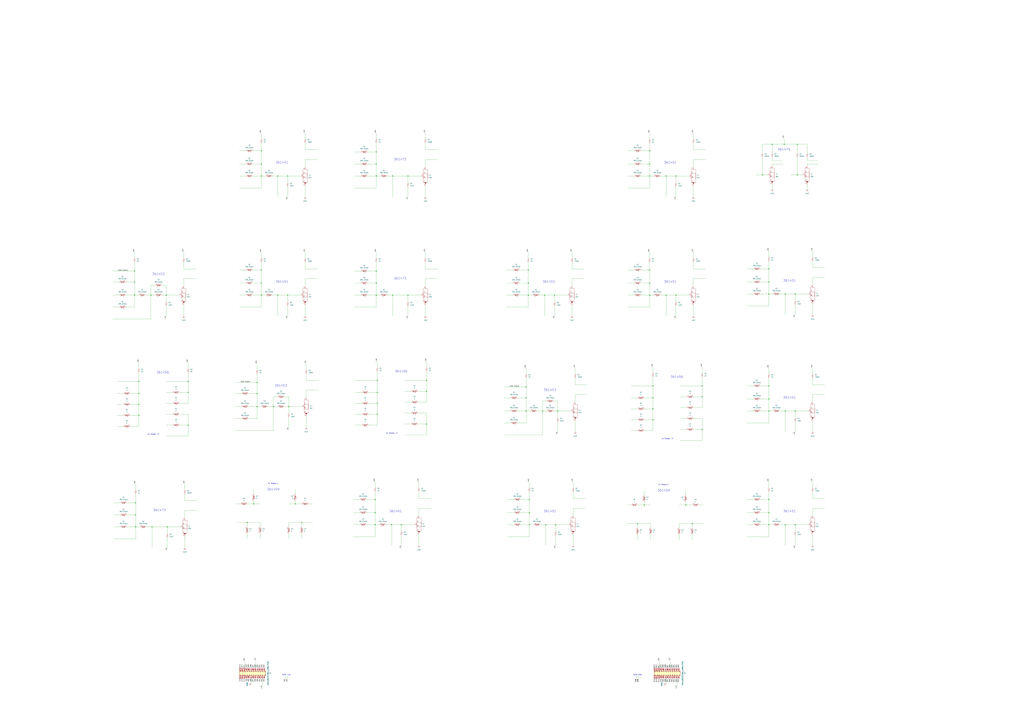
<source format=kicad_sch>
(kicad_sch (version 20211123) (generator eeschema)
  (paper "A0")
  (junction (at 455.93 342.9))
  (junction (at 342.9 585.47))
  (junction (at 495.3 441.96))
  (junction (at 157.48 584.2))
  (junction (at 923.29 609.6))
  (junction (at 298.45 457.2))
  (junction (at 925.83 167.64))
  (junction (at 436.88 204.47))
  (junction (at 754.38 204.47))
  (junction (at 754.38 328.93))
  (junction (at 803.91 608.33))
  (junction (at 925.83 203.2))
  (junction (at 815.34 461.01))
  (junction (at 643.89 342.9))
  (junction (at 156.21 342.9))
  (junction (at 454.66 609.6))
  (junction (at 892.81 448.31))
  (junction (at 773.43 204.47))
  (junction (at 294.64 585.47))
  (junction (at 892.81 580.39))
  (junction (at 784.86 342.9))
  (junction (at 436.88 328.93))
  (junction (at 176.53 612.14))
  (junction (at 436.88 314.96))
  (junction (at 436.88 176.53))
  (junction (at 334.01 342.9))
  (junction (at 773.43 342.9))
  (junction (at 473.71 204.47))
  (junction (at 911.86 477.52))
  (junction (at 335.28 472.44))
  (junction (at 350.52 607.06))
  (junction (at 614.68 609.6))
  (junction (at 436.88 190.5))
  (junction (at 633.73 609.6))
  (junction (at 161.29 443.23))
  (junction (at 303.53 342.9))
  (junction (at 754.38 313.69))
  (junction (at 911.86 341.63))
  (junction (at 495.3 454.66))
  (junction (at 758.19 462.28))
  (junction (at 632.46 342.9))
  (junction (at 157.48 612.14))
  (junction (at 892.81 341.63))
  (junction (at 156.21 327.66))
  (junction (at 613.41 342.9))
  (junction (at 610.87 462.28))
  (junction (at 796.29 586.74))
  (junction (at 815.34 499.11))
  (junction (at 613.41 328.93))
  (junction (at 892.81 595.63))
  (junction (at 455.93 204.47))
  (junction (at 892.81 312.42))
  (junction (at 466.09 609.6))
  (junction (at 438.15 481.33))
  (junction (at 610.87 449.58))
  (junction (at 194.31 612.14))
  (junction (at 218.44 455.93))
  (junction (at 438.15 441.96))
  (junction (at 218.44 443.23))
  (junction (at 754.38 175.26))
  (junction (at 610.87 477.52))
  (junction (at 892.81 477.52))
  (junction (at 436.88 342.9))
  (junction (at 303.53 204.47))
  (junction (at 784.86 204.47))
  (junction (at 754.38 342.9))
  (junction (at 438.15 455.93))
  (junction (at 911.86 609.6))
  (junction (at 473.71 342.9))
  (junction (at 161.29 482.6))
  (junction (at 175.26 342.9))
  (junction (at 896.62 167.64))
  (junction (at 748.03 586.74))
  (junction (at 303.53 328.93))
  (junction (at 892.81 463.55))
  (junction (at 161.29 457.2))
  (junction (at 317.5 472.44))
  (junction (at 923.29 477.52))
  (junction (at 218.44 494.03))
  (junction (at 758.19 448.31))
  (junction (at 740.41 608.33))
  (junction (at 435.61 595.63))
  (junction (at 156.21 314.96))
  (junction (at 334.01 204.47))
  (junction (at 923.29 341.63))
  (junction (at 892.81 327.66))
  (junction (at 815.34 448.31))
  (junction (at 438.15 468.63))
  (junction (at 287.02 607.06))
  (junction (at 758.19 487.68))
  (junction (at 435.61 609.6))
  (junction (at 298.45 444.5))
  (junction (at 435.61 580.39))
  (junction (at 910.59 167.64))
  (junction (at 193.04 342.9))
  (junction (at 298.45 472.44))
  (junction (at 892.81 609.6))
  (junction (at 614.68 595.63))
  (junction (at 495.3 492.76))
  (junction (at 647.7 477.52))
  (junction (at 629.92 477.52))
  (junction (at 885.19 203.2))
  (junction (at 614.68 580.39))
  (junction (at 161.29 469.9))
  (junction (at 303.53 190.5))
  (junction (at 754.38 190.5))
  (junction (at 322.58 204.47))
  (junction (at 303.53 313.69))
  (junction (at 758.19 474.98))
  (junction (at 157.48 598.17))
  (junction (at 303.53 175.26))
  (junction (at 613.41 313.69))
  (junction (at 322.58 342.9))
  (junction (at 645.16 609.6))
  (wire (pts (xy 157.48 598.17) (xy 157.48 612.14)))
  (wire (pts (xy 436.88 190.5) (xy 426.72 190.5)))
  (wire (pts (xy 218.44 506.73) (xy 218.44 494.03)))
  (wire (pts (xy 303.53 204.47) (xy 308.61 204.47)))
  (wire (pts (xy 294.64 585.47) (xy 302.26 585.47)))
  (wire (pts (xy 494.03 185.42) (xy 508 185.42)))
  (wire (pts (xy 494.03 323.85) (xy 508 323.85)))
  (wire (pts (xy 161.29 443.23) (xy 161.29 433.07)))
  (wire (pts (xy 647.7 490.22) (xy 647.7 501.65)))
  (wire (pts (xy 303.53 293.37) (xy 303.53 299.72)))
  (wire (pts (xy 892.81 595.63) (xy 892.81 609.6)))
  (wire (pts (xy 803.91 621.03) (xy 803.91 627.38)))
  (wire (pts (xy 130.81 356.87) (xy 138.43 356.87)))
  (wire (pts (xy 923.29 609.6) (xy 938.53 609.6)))
  (wire (pts (xy 589.28 595.63) (xy 596.9 595.63)))
  (wire (pts (xy 896.62 167.64) (xy 910.59 167.64)))
  (wire (pts (xy 298.45 472.44) (xy 288.29 472.44)))
  (wire (pts (xy 355.6 453.39) (xy 369.57 453.39)))
  (wire (pts (xy 436.88 314.96) (xy 426.72 314.96)))
  (wire (pts (xy 218.44 421.64) (xy 218.44 427.99)))
  (wire (pts (xy 885.19 167.64) (xy 896.62 167.64)))
  (wire (pts (xy 805.18 499.11) (xy 815.34 499.11)))
  (wire (pts (xy 435.61 595.63) (xy 425.45 595.63)))
  (wire (pts (xy 773.43 228.6) (xy 773.43 204.47)))
  (wire (pts (xy 923.29 622.3) (xy 923.29 633.73)))
  (wire (pts (xy 335.28 612.14) (xy 335.28 607.06)))
  (wire (pts (xy 867.41 580.39) (xy 875.03 580.39)))
  (wire (pts (xy 298.45 472.44) (xy 303.53 472.44)))
  (wire (pts (xy 668.02 467.36) (xy 668.02 458.47)))
  (wire (pts (xy 218.44 455.93) (xy 218.44 443.23)))
  (wire (pts (xy 302.26 612.14) (xy 302.26 607.06)))
  (wire (pts (xy 411.48 218.44) (xy 436.88 218.44)))
  (wire (pts (xy 317.5 461.01) (xy 317.5 472.44)))
  (wire (pts (xy 647.7 477.52) (xy 647.7 466.09)))
  (wire (pts (xy 335.28 472.44) (xy 335.28 480.06)))
  (wire (pts (xy 176.53 612.14) (xy 176.53 636.27)))
  (wire (pts (xy 647.7 477.52) (xy 647.7 485.14)))
  (wire (pts (xy 278.13 356.87) (xy 303.53 356.87)))
  (wire (pts (xy 449.58 204.47) (xy 455.93 204.47)))
  (wire (pts (xy 208.28 494.03) (xy 218.44 494.03)))
  (wire (pts (xy 943.61 447.04) (xy 957.58 447.04)))
  (wire (pts (xy 614.68 609.6) (xy 619.76 609.6)))
  (wire (pts (xy 287.02 607.06) (xy 302.26 607.06)))
  (wire (pts (xy 455.93 204.47) (xy 473.71 204.47)))
  (wire (pts (xy 208.28 455.93) (xy 218.44 455.93)))
  (wire (pts (xy 292.1 788.67) (xy 292.1 795.02)))
  (wire (pts (xy 135.89 443.23) (xy 161.29 443.23)))
  (wire (pts (xy 923.29 341.63) (xy 938.53 341.63)))
  (wire (pts (xy 135.89 495.3) (xy 143.51 495.3)))
  (wire (pts (xy 664.21 332.74) (xy 664.21 323.85)))
  (wire (pts (xy 748.03 487.68) (xy 758.19 487.68)))
  (wire (pts (xy 892.81 439.42) (xy 892.81 448.31)))
  (wire (pts (xy 494.03 304.8) (xy 494.03 312.42)))
  (wire (pts (xy 767.08 342.9) (xy 773.43 342.9)))
  (wire (pts (xy 773.43 788.67) (xy 773.43 795.02)))
  (wire (pts (xy 436.88 314.96) (xy 436.88 328.93)))
  (wire (pts (xy 796.29 570.23) (xy 796.29 575.31)))
  (wire (pts (xy 758.19 462.28) (xy 758.19 474.98)))
  (wire (pts (xy 629.92 505.46) (xy 585.47 505.46)))
  (wire (pts (xy 613.41 313.69) (xy 613.41 328.93)))
  (wire (pts (xy 748.03 474.98) (xy 758.19 474.98)))
  (wire (pts (xy 668.02 439.42) (xy 668.02 447.04)))
  (wire (pts (xy 436.88 218.44) (xy 436.88 204.47)))
  (wire (pts (xy 214.63 581.66) (xy 228.6 581.66)))
  (wire (pts (xy 278.13 204.47) (xy 285.75 204.47)))
  (wire (pts (xy 303.53 190.5) (xy 293.37 190.5)))
  (wire (pts (xy 892.81 327.66) (xy 892.81 341.63)))
  (wire (pts (xy 728.98 313.69) (xy 736.6 313.69)))
  (wire (pts (xy 161.29 443.23) (xy 161.29 457.2)))
  (wire (pts (xy 354.33 166.37) (xy 354.33 173.99)))
  (wire (pts (xy 293.37 204.47) (xy 303.53 204.47)))
  (wire (pts (xy 193.04 481.33) (xy 200.66 481.33)))
  (wire (pts (xy 885.19 203.2) (xy 891.54 203.2)))
  (wire (pts (xy 665.48 560.07) (xy 665.48 566.42)))
  (wire (pts (xy 911.86 365.76) (xy 911.86 341.63)))
  (wire (pts (xy 322.58 461.01) (xy 317.5 461.01)))
  (wire (pts (xy 208.28 468.63) (xy 218.44 468.63)))
  (wire (pts (xy 436.88 342.9) (xy 441.96 342.9)))
  (wire (pts (xy 410.21 580.39) (xy 417.83 580.39)))
  (wire (pts (xy 925.83 167.64) (xy 925.83 177.8)))
  (wire (pts (xy 494.03 354.33) (xy 494.03 367.03)))
  (wire (pts (xy 455.93 342.9) (xy 473.71 342.9)))
  (wire (pts (xy 170.18 612.14) (xy 176.53 612.14)))
  (wire (pts (xy 161.29 421.64) (xy 161.29 427.99)))
  (wire (pts (xy 436.88 304.8) (xy 436.88 314.96)))
  (wire (pts (xy 156.21 304.8) (xy 156.21 314.96)))
  (wire (pts (xy 892.81 463.55) (xy 882.65 463.55)))
  (wire (pts (xy 610.87 449.58) (xy 610.87 462.28)))
  (wire (pts (xy 805.18 215.9) (xy 805.18 228.6)))
  (wire (pts (xy 896.62 167.64) (xy 896.62 177.8)))
  (wire (pts (xy 589.28 623.57) (xy 614.68 623.57)))
  (wire (pts (xy 355.6 434.34) (xy 355.6 441.96)))
  (wire (pts (xy 151.13 482.6) (xy 161.29 482.6)))
  (wire (pts (xy 937.26 214.63) (xy 937.26 219.71)))
  (wire (pts (xy 937.26 193.04) (xy 937.26 190.5)))
  (wire (pts (xy 278.13 328.93) (xy 285.75 328.93)))
  (wire (pts (xy 885.19 182.88) (xy 885.19 203.2)))
  (wire (pts (xy 755.65 613.41) (xy 755.65 608.33)))
  (wire (pts (xy 627.38 609.6) (xy 633.73 609.6)))
  (wire (pts (xy 411.48 176.53) (xy 419.1 176.53)))
  (wire (pts (xy 214.63 562.61) (xy 214.63 568.96)))
  (wire (pts (xy 613.41 313.69) (xy 603.25 313.69)))
  (wire (pts (xy 643.89 355.6) (xy 643.89 367.03)))
  (wire (pts (xy 937.26 186.69) (xy 949.96 186.69)))
  (wire (pts (xy 355.6 441.96) (xy 369.57 441.96)))
  (wire (pts (xy 943.61 322.58) (xy 957.58 322.58)))
  (wire (pts (xy 867.41 341.63) (xy 875.03 341.63)))
  (wire (pts (xy 455.93 204.47) (xy 455.93 228.6)))
  (wire (pts (xy 754.38 356.87) (xy 754.38 342.9)))
  (wire (pts (xy 896.62 214.63) (xy 896.62 219.71)))
  (wire (pts (xy 469.9 467.36) (xy 477.52 467.36)))
  (wire (pts (xy 784.86 342.9) (xy 784.86 350.52)))
  (wire (pts (xy 728.98 342.9) (xy 736.6 342.9)))
  (wire (pts (xy 896.62 182.88) (xy 896.62 186.69)))
  (wire (pts (xy 923.29 341.63) (xy 923.29 349.25)))
  (wire (pts (xy 603.25 342.9) (xy 613.41 342.9)))
  (wire (pts (xy 588.01 342.9) (xy 595.63 342.9)))
  (wire (pts (xy 317.5 472.44) (xy 322.58 472.44)))
  (wire (pts (xy 732.79 448.31) (xy 758.19 448.31)))
  (wire (pts (xy 278.13 218.44) (xy 303.53 218.44)))
  (wire (pts (xy 943.61 303.53) (xy 943.61 311.15)))
  (wire (pts (xy 789.94 461.01) (xy 797.56 461.01)))
  (wire (pts (xy 494.03 173.99) (xy 508 173.99)))
  (wire (pts (xy 218.44 468.63) (xy 218.44 455.93)))
  (wire (pts (xy 614.68 595.63) (xy 604.52 595.63)))
  (wire (pts (xy 193.04 342.9) (xy 193.04 350.52)))
  (wire (pts (xy 758.19 448.31) (xy 758.19 438.15)))
  (wire (pts (xy 193.04 455.93) (xy 200.66 455.93)))
  (wire (pts (xy 435.61 580.39) (xy 435.61 595.63)))
  (wire (pts (xy 436.88 176.53) (xy 436.88 190.5)))
  (wire (pts (xy 610.87 477.52) (xy 615.95 477.52)))
  (wire (pts (xy 495.3 480.06) (xy 495.3 492.76)))
  (wire (pts (xy 350.52 607.06) (xy 335.28 607.06)))
  (wire (pts (xy 732.79 500.38) (xy 740.41 500.38)))
  (wire (pts (xy 411.48 204.47) (xy 419.1 204.47)))
  (wire (pts (xy 425.45 609.6) (xy 435.61 609.6)))
  (wire (pts (xy 892.81 312.42) (xy 882.65 312.42)))
  (wire (pts (xy 767.08 204.47) (xy 773.43 204.47)))
  (wire (pts (xy 668.02 458.47) (xy 681.99 458.47)))
  (wire (pts (xy 585.47 491.49) (xy 593.09 491.49)))
  (wire (pts (xy 805.18 173.99) (xy 819.15 173.99)))
  (wire (pts (xy 754.38 313.69) (xy 744.22 313.69)))
  (wire (pts (xy 923.29 354.33) (xy 923.29 365.76)))
  (wire (pts (xy 918.21 203.2) (xy 925.83 203.2)))
  (wire (pts (xy 354.33 354.33) (xy 354.33 367.03)))
  (wire (pts (xy 815.34 486.41) (xy 815.34 499.11)))
  (wire (pts (xy 867.41 327.66) (xy 875.03 327.66)))
  (wire (pts (xy 132.08 598.17) (xy 139.7 598.17)))
  (wire (pts (xy 867.41 448.31) (xy 875.03 448.31)))
  (wire (pts (xy 335.28 619.76) (xy 335.28 626.11)))
  (wire (pts (xy 613.41 328.93) (xy 603.25 328.93)))
  (wire (pts (xy 130.81 342.9) (xy 138.43 342.9)))
  (wire (pts (xy 157.48 584.2) (xy 147.32 584.2)))
  (wire (pts (xy 316.23 342.9) (xy 322.58 342.9)))
  (wire (pts (xy 303.53 328.93) (xy 303.53 342.9)))
  (wire (pts (xy 218.44 481.33) (xy 218.44 494.03)))
  (wire (pts (xy 943.61 427.99) (xy 943.61 434.34)))
  (wire (pts (xy 297.18 768.35) (xy 297.18 775.97)))
  (wire (pts (xy 755.65 621.03) (xy 755.65 627.38)))
  (wire (pts (xy 740.41 621.03) (xy 740.41 627.38)))
  (wire (pts (xy 303.53 218.44) (xy 303.53 204.47)))
  (wire (pts (xy 354.33 293.37) (xy 354.33 299.72)))
  (wire (pts (xy 303.53 175.26) (xy 303.53 190.5)))
  (wire (pts (xy 304.8 788.67) (xy 304.8 796.29)))
  (wire (pts (xy 469.9 480.06) (xy 477.52 480.06)))
  (wire (pts (xy 937.26 182.88) (xy 937.26 186.69)))
  (wire (pts (xy 435.61 609.6) (xy 440.69 609.6)))
  (wire (pts (xy 412.75 481.33) (xy 420.37 481.33)))
  (wire (pts (xy 161.29 469.9) (xy 161.29 482.6)))
  (wire (pts (xy 350.52 607.06) (xy 350.52 612.14)))
  (wire (pts (xy 218.44 443.23) (xy 218.44 433.07)))
  (wire (pts (xy 789.94 486.41) (xy 797.56 486.41)))
  (wire (pts (xy 193.04 342.9) (xy 208.28 342.9)))
  (wire (pts (xy 664.21 293.37) (xy 664.21 299.72)))
  (wire (pts (xy 892.81 623.57) (xy 892.81 609.6)))
  (wire (pts (xy 610.87 439.42) (xy 610.87 449.58)))
  (wire (pts (xy 303.53 342.9) (xy 308.61 342.9)))
  (wire (pts (xy 925.83 167.64) (xy 937.26 167.64)))
  (wire (pts (xy 754.38 342.9) (xy 759.46 342.9)))
  (wire (pts (xy 647.7 477.52) (xy 662.94 477.52)))
  (wire (pts (xy 132.08 626.11) (xy 157.48 626.11)))
  (wire (pts (xy 727.71 586.74) (xy 732.79 586.74)))
  (wire (pts (xy 805.18 473.71) (xy 815.34 473.71)))
  (wire (pts (xy 892.81 448.31) (xy 882.65 448.31)))
  (wire (pts (xy 664.21 354.33) (xy 664.21 367.03)))
  (wire (pts (xy 741.68 786.13) (xy 741.68 788.67)))
  (wire (pts (xy 754.38 304.8) (xy 754.38 313.69)))
  (wire (pts (xy 758.19 487.68) (xy 758.19 500.38)))
  (wire (pts (xy 334.01 342.9) (xy 349.25 342.9)))
  (wire (pts (xy 410.21 623.57) (xy 435.61 623.57)))
  (wire (pts (xy 664.21 323.85) (xy 678.18 323.85)))
  (wire (pts (xy 773.43 342.9) (xy 784.86 342.9)))
  (wire (pts (xy 175.26 342.9) (xy 175.26 370.84)))
  (wire (pts (xy 754.38 328.93) (xy 754.38 342.9)))
  (wire (pts (xy 411.48 342.9) (xy 419.1 342.9)))
  (wire (pts (xy 303.53 166.37) (xy 303.53 175.26)))
  (wire (pts (xy 805.18 332.74) (xy 805.18 323.85)))
  (wire (pts (xy 732.79 474.98) (xy 740.41 474.98)))
  (wire (pts (xy 585.47 449.58) (xy 610.87 449.58)))
  (wire (pts (xy 645.16 609.6) (xy 660.4 609.6)))
  (wire (pts (xy 213.36 304.8) (xy 213.36 312.42)))
  (wire (pts (xy 486.41 590.55) (xy 500.38 590.55)))
  (wire (pts (xy 436.88 176.53) (xy 426.72 176.53)))
  (wire (pts (xy 815.34 426.72) (xy 815.34 433.07)))
  (wire (pts (xy 664.21 304.8) (xy 664.21 312.42)))
  (wire (pts (xy 436.88 166.37) (xy 436.88 176.53)))
  (wire (pts (xy 614.68 560.07) (xy 614.68 566.42)))
  (wire (pts (xy 485.14 480.06) (xy 495.3 480.06)))
  (wire (pts (xy 193.04 443.23) (xy 218.44 443.23)))
  (wire (pts (xy 626.11 342.9) (xy 632.46 342.9)))
  (wire (pts (xy 486.41 571.5) (xy 486.41 579.12)))
  (wire (pts (xy 303.53 175.26) (xy 293.37 175.26)))
  (wire (pts (xy 334.01 204.47) (xy 349.25 204.47)))
  (wire (pts (xy 943.61 311.15) (xy 957.58 311.15)))
  (wire (pts (xy 466.09 622.3) (xy 466.09 633.73)))
  (wire (pts (xy 194.31 612.14) (xy 194.31 619.76)))
  (wire (pts (xy 668.02 447.04) (xy 681.99 447.04)))
  (wire (pts (xy 427.99 468.63) (xy 438.15 468.63)))
  (wire (pts (xy 911.86 633.73) (xy 911.86 609.6)))
  (wire (pts (xy 157.48 574.04) (xy 157.48 584.2)))
  (wire (pts (xy 943.61 579.12) (xy 957.58 579.12)))
  (wire (pts (xy 665.48 571.5) (xy 665.48 579.12)))
  (wire (pts (xy 803.91 608.33) (xy 803.91 613.41)))
  (wire (pts (xy 805.18 166.37) (xy 805.18 173.99)))
  (wire (pts (xy 811.53 586.74) (xy 816.61 586.74)))
  (wire (pts (xy 354.33 312.42) (xy 368.3 312.42)))
  (wire (pts (xy 213.36 312.42) (xy 227.33 312.42)))
  (wire (pts (xy 892.81 448.31) (xy 892.81 463.55)))
  (wire (pts (xy 892.81 355.6) (xy 892.81 341.63)))
  (wire (pts (xy 789.94 448.31) (xy 815.34 448.31)))
  (wire (pts (xy 175.26 331.47) (xy 175.26 342.9)))
  (wire (pts (xy 438.15 455.93) (xy 438.15 468.63)))
  (wire (pts (xy 728.98 218.44) (xy 754.38 218.44)))
  (wire (pts (xy 585.47 477.52) (xy 593.09 477.52)))
  (wire (pts (xy 923.29 609.6) (xy 923.29 617.22)))
  (wire (pts (xy 335.28 485.14) (xy 335.28 496.57)))
  (wire (pts (xy 426.72 342.9) (xy 436.88 342.9)))
  (wire (pts (xy 438.15 441.96) (xy 438.15 431.8)))
  (wire (pts (xy 354.33 154.94) (xy 354.33 161.29)))
  (wire (pts (xy 740.41 586.74) (xy 748.03 586.74)))
  (wire (pts (xy 754.38 204.47) (xy 759.46 204.47)))
  (wire (pts (xy 754.38 166.37) (xy 754.38 175.26)))
  (wire (pts (xy 748.03 582.93) (xy 748.03 586.74)))
  (wire (pts (xy 335.28 472.44) (xy 350.52 472.44)))
  (wire (pts (xy 614.68 580.39) (xy 614.68 595.63)))
  (wire (pts (xy 892.81 312.42) (xy 892.81 327.66)))
  (wire (pts (xy 156.21 327.66) (xy 146.05 327.66)))
  (wire (pts (xy 867.41 491.49) (xy 892.81 491.49)))
  (wire (pts (xy 588.01 313.69) (xy 595.63 313.69)))
  (wire (pts (xy 427.99 481.33) (xy 438.15 481.33)))
  (wire (pts (xy 647.7 466.09) (xy 642.62 466.09)))
  (wire (pts (xy 758.19 426.72) (xy 758.19 433.07)))
  (wire (pts (xy 435.61 580.39) (xy 425.45 580.39)))
  (wire (pts (xy 867.41 355.6) (xy 892.81 355.6)))
  (wire (pts (xy 303.53 313.69) (xy 303.53 328.93)))
  (wire (pts (xy 157.48 598.17) (xy 147.32 598.17)))
  (wire (pts (xy 892.81 427.99) (xy 892.81 434.34)))
  (wire (pts (xy 354.33 185.42) (xy 368.3 185.42)))
  (wire (pts (xy 739.14 788.67) (xy 739.14 786.13)))
  (wire (pts (xy 748.03 570.23) (xy 748.03 575.31)))
  (wire (pts (xy 773.43 204.47) (xy 784.86 204.47)))
  (wire (pts (xy 331.47 788.67) (xy 331.47 786.13)))
  (wire (pts (xy 815.34 448.31) (xy 815.34 438.15)))
  (wire (pts (xy 354.33 215.9) (xy 354.33 228.6)))
  (wire (pts (xy 157.48 612.14) (xy 162.56 612.14)))
  (wire (pts (xy 892.81 341.63) (xy 897.89 341.63)))
  (wire (pts (xy 943.61 353.06) (xy 943.61 365.76)))
  (wire (pts (xy 213.36 354.33) (xy 213.36 367.03)))
  (wire (pts (xy 803.91 586.74) (xy 796.29 586.74)))
  (wire (pts (xy 436.88 356.87) (xy 436.88 342.9)))
  (wire (pts (xy 943.61 590.55) (xy 957.58 590.55)))
  (wire (pts (xy 130.81 327.66) (xy 138.43 327.66)))
  (wire (pts (xy 805.18 194.31) (xy 805.18 185.42)))
  (wire (pts (xy 175.26 370.84) (xy 130.81 370.84)))
  (wire (pts (xy 147.32 612.14) (xy 157.48 612.14)))
  (wire (pts (xy 156.21 327.66) (xy 156.21 342.9)))
  (wire (pts (xy 732.79 462.28) (xy 740.41 462.28)))
  (wire (pts (xy 168.91 342.9) (xy 175.26 342.9)))
  (wire (pts (xy 303.53 304.8) (xy 303.53 313.69)))
  (wire (pts (xy 469.9 492.76) (xy 477.52 492.76)))
  (wire (pts (xy 175.26 342.9) (xy 180.34 342.9)))
  (wire (pts (xy 473.71 342.9) (xy 473.71 350.52)))
  (wire (pts (xy 486.41 621.03) (xy 486.41 633.73)))
  (wire (pts (xy 754.38 218.44) (xy 754.38 204.47)))
  (wire (pts (xy 436.88 190.5) (xy 436.88 204.47)))
  (wire (pts (xy 923.29 477.52) (xy 923.29 485.14)))
  (wire (pts (xy 896.62 193.04) (xy 896.62 190.5)))
  (wire (pts (xy 411.48 356.87) (xy 436.88 356.87)))
  (wire (pts (xy 805.18 304.8) (xy 805.18 312.42)))
  (wire (pts (xy 436.88 154.94) (xy 436.88 161.29)))
  (wire (pts (xy 610.87 427.99) (xy 610.87 434.34)))
  (wire (pts (xy 911.86 609.6) (xy 923.29 609.6)))
  (wire (pts (xy 214.63 623.57) (xy 214.63 636.27)))
  (wire (pts (xy 892.81 595.63) (xy 882.65 595.63)))
  (wire (pts (xy 629.92 466.09) (xy 629.92 477.52)))
  (wire (pts (xy 322.58 342.9) (xy 334.01 342.9)))
  (wire (pts (xy 486.41 579.12) (xy 500.38 579.12)))
  (wire (pts (xy 354.33 332.74) (xy 354.33 323.85)))
  (wire (pts (xy 925.83 203.2) (xy 932.18 203.2)))
  (wire (pts (xy 613.41 328.93) (xy 613.41 342.9)))
  (wire (pts (xy 788.67 613.41) (xy 788.67 608.33)))
  (wire (pts (xy 754.38 190.5) (xy 754.38 204.47)))
  (wire (pts (xy 436.88 204.47) (xy 441.96 204.47)))
  (wire (pts (xy 355.6 422.91) (xy 355.6 429.26)))
  (wire (pts (xy 426.72 204.47) (xy 436.88 204.47)))
  (wire (pts (xy 350.52 585.47) (xy 342.9 585.47)))
  (wire (pts (xy 411.48 328.93) (xy 419.1 328.93)))
  (wire (pts (xy 354.33 323.85) (xy 368.3 323.85)))
  (wire (pts (xy 156.21 293.37) (xy 156.21 299.72)))
  (wire (pts (xy 435.61 571.5) (xy 435.61 580.39)))
  (wire (pts (xy 784.86 355.6) (xy 784.86 367.03)))
  (wire (pts (xy 363.22 607.06) (xy 350.52 607.06)))
  (wire (pts (xy 744.22 204.47) (xy 754.38 204.47)))
  (wire (pts (xy 303.53 313.69) (xy 293.37 313.69)))
  (wire (pts (xy 943.61 488.95) (xy 943.61 501.65)))
  (wire (pts (xy 358.14 585.47) (xy 363.22 585.47)))
  (wire (pts (xy 293.37 342.9) (xy 303.53 342.9)))
  (wire (pts (xy 156.21 342.9) (xy 161.29 342.9)))
  (wire (pts (xy 588.01 356.87) (xy 613.41 356.87)))
  (wire (pts (xy 905.51 477.52) (xy 911.86 477.52)))
  (wire (pts (xy 485.14 454.66) (xy 495.3 454.66)))
  (wire (pts (xy 322.58 204.47) (xy 334.01 204.47)))
  (wire (pts (xy 303.53 190.5) (xy 303.53 204.47)))
  (wire (pts (xy 294.64 581.66) (xy 294.64 585.47)))
  (wire (pts (xy 911.86 501.65) (xy 911.86 477.52)))
  (wire (pts (xy 469.9 454.66) (xy 477.52 454.66)))
  (wire (pts (xy 923.29 490.22) (xy 923.29 501.65)))
  (wire (pts (xy 784.86 204.47) (xy 800.1 204.47)))
  (wire (pts (xy 411.48 314.96) (xy 419.1 314.96)))
  (wire (pts (xy 892.81 477.52) (xy 897.89 477.52)))
  (wire (pts (xy 664.21 312.42) (xy 678.18 312.42)))
  (wire (pts (xy 208.28 481.33) (xy 218.44 481.33)))
  (wire (pts (xy 665.48 590.55) (xy 679.45 590.55)))
  (wire (pts (xy 867.41 595.63) (xy 875.03 595.63)))
  (wire (pts (xy 754.38 328.93) (xy 744.22 328.93)))
  (wire (pts (xy 473.71 217.17) (xy 473.71 228.6)))
  (wire (pts (xy 485.14 467.36) (xy 495.3 467.36)))
  (wire (pts (xy 867.41 312.42) (xy 875.03 312.42)))
  (wire (pts (xy 317.5 472.44) (xy 317.5 500.38)))
  (wire (pts (xy 754.38 175.26) (xy 754.38 190.5)))
  (wire (pts (xy 335.28 461.01) (xy 330.2 461.01)))
  (wire (pts (xy 805.18 312.42) (xy 819.15 312.42)))
  (wire (pts (xy 796.29 586.74) (xy 788.67 586.74)))
  (wire (pts (xy 485.14 492.76) (xy 495.3 492.76)))
  (wire (pts (xy 303.53 356.87) (xy 303.53 342.9)))
  (wire (pts (xy 910.59 161.29) (xy 910.59 167.64)))
  (wire (pts (xy 151.13 495.3) (xy 161.29 495.3)))
  (wire (pts (xy 728.98 356.87) (xy 754.38 356.87)))
  (wire (pts (xy 805.18 354.33) (xy 805.18 367.03)))
  (wire (pts (xy 877.57 203.2) (xy 885.19 203.2)))
  (wire (pts (xy 896.62 190.5) (xy 909.32 190.5)))
  (wire (pts (xy 892.81 609.6) (xy 897.89 609.6)))
  (wire (pts (xy 176.53 612.14) (xy 194.31 612.14)))
  (wire (pts (xy 274.32 585.47) (xy 279.4 585.47)))
  (wire (pts (xy 287.02 607.06) (xy 287.02 612.14)))
  (wire (pts (xy 943.61 560.07) (xy 943.61 566.42)))
  (wire (pts (xy 943.61 599.44) (xy 943.61 590.55)))
  (wire (pts (xy 193.04 468.63) (xy 200.66 468.63)))
  (wire (pts (xy 789.94 511.81) (xy 815.34 511.81)))
  (wire (pts (xy 494.03 166.37) (xy 494.03 173.99)))
  (wire (pts (xy 610.87 477.52) (xy 600.71 477.52)))
  (wire (pts (xy 789.94 473.71) (xy 797.56 473.71)))
  (wire (pts (xy 427.99 455.93) (xy 438.15 455.93)))
  (wire (pts (xy 614.68 595.63) (xy 614.68 609.6)))
  (wire (pts (xy 943.61 621.03) (xy 943.61 633.73)))
  (wire (pts (xy 411.48 190.5) (xy 419.1 190.5)))
  (wire (pts (xy 132.08 612.14) (xy 139.7 612.14)))
  (wire (pts (xy 473.71 204.47) (xy 473.71 212.09)))
  (wire (pts (xy 448.31 609.6) (xy 454.66 609.6)))
  (wire (pts (xy 728.98 190.5) (xy 736.6 190.5)))
  (wire (pts (xy 495.3 441.96) (xy 495.3 431.8)))
  (wire (pts (xy 273.05 457.2) (xy 280.67 457.2)))
  (wire (pts (xy 354.33 304.8) (xy 354.33 312.42)))
  (wire (pts (xy 316.23 204.47) (xy 322.58 204.47)))
  (wire (pts (xy 805.18 154.94) (xy 805.18 161.29)))
  (wire (pts (xy 317.5 500.38) (xy 273.05 500.38)))
  (wire (pts (xy 161.29 457.2) (xy 161.29 469.9)))
  (wire (pts (xy 643.89 342.9) (xy 643.89 350.52)))
  (wire (pts (xy 786.13 788.67) (xy 786.13 796.29)))
  (wire (pts (xy 435.61 595.63) (xy 435.61 609.6)))
  (wire (pts (xy 610.87 462.28) (xy 600.71 462.28)))
  (wire (pts (xy 436.88 293.37) (xy 436.88 299.72)))
  (wire (pts (xy 473.71 342.9) (xy 488.95 342.9)))
  (wire (pts (xy 613.41 356.87) (xy 613.41 342.9)))
  (wire (pts (xy 273.05 486.41) (xy 280.67 486.41)))
  (wire (pts (xy 469.9 441.96) (xy 495.3 441.96)))
  (wire (pts (xy 758.19 448.31) (xy 758.19 462.28)))
  (wire (pts (xy 157.48 584.2) (xy 157.48 598.17)))
  (wire (pts (xy 334.01 204.47) (xy 334.01 212.09)))
  (wire (pts (xy 633.73 609.6) (xy 645.16 609.6)))
  (wire (pts (xy 303.53 154.94) (xy 303.53 161.29)))
  (wire (pts (xy 303.53 328.93) (xy 293.37 328.93)))
  (wire (pts (xy 885.19 177.8) (xy 885.19 167.64)))
  (wire (pts (xy 412.75 455.93) (xy 420.37 455.93)))
  (wire (pts (xy 892.81 463.55) (xy 892.81 477.52)))
  (wire (pts (xy 727.71 608.33) (xy 740.41 608.33)))
  (wire (pts (xy 193.04 494.03) (xy 200.66 494.03)))
  (wire (pts (xy 585.47 462.28) (xy 593.09 462.28)))
  (wire (pts (xy 427.99 494.03) (xy 438.15 494.03)))
  (wire (pts (xy 623.57 477.52) (xy 629.92 477.52)))
  (wire (pts (xy 156.21 342.9) (xy 146.05 342.9)))
  (wire (pts (xy 805.18 293.37) (xy 805.18 299.72)))
  (wire (pts (xy 284.48 768.35) (xy 284.48 775.97)))
  (wire (pts (xy 438.15 441.96) (xy 438.15 455.93)))
  (wire (pts (xy 486.41 560.07) (xy 486.41 566.42)))
  (wire (pts (xy 273.05 444.5) (xy 298.45 444.5)))
  (wire (pts (xy 278.13 175.26) (xy 285.75 175.26)))
  (wire (pts (xy 302.26 619.76) (xy 302.26 626.11)))
  (wire (pts (xy 455.93 342.9) (xy 455.93 367.03)))
  (wire (pts (xy 194.31 612.14) (xy 209.55 612.14)))
  (wire (pts (xy 614.68 571.5) (xy 614.68 580.39)))
  (wire (pts (xy 334.01 355.6) (xy 334.01 367.03)))
  (wire (pts (xy 412.75 441.96) (xy 438.15 441.96)))
  (wire (pts (xy 466.09 609.6) (xy 481.33 609.6)))
  (wire (pts (xy 905.51 341.63) (xy 911.86 341.63)))
  (wire (pts (xy 331.47 786.13) (xy 334.01 786.13)))
  (wire (pts (xy 288.29 486.41) (xy 298.45 486.41)))
  (wire (pts (xy 589.28 580.39) (xy 596.9 580.39)))
  (wire (pts (xy 350.52 619.76) (xy 350.52 626.11)))
  (wire (pts (xy 643.89 342.9) (xy 659.13 342.9)))
  (wire (pts (xy 805.18 185.42) (xy 819.15 185.42)))
  (wire (pts (xy 740.41 608.33) (xy 755.65 608.33)))
  (wire (pts (xy 765.81 768.35) (xy 765.81 775.97)))
  (wire (pts (xy 298.45 486.41) (xy 298.45 472.44)))
  (wire (pts (xy 334.01 217.17) (xy 334.01 228.6)))
  (wire (pts (xy 278.13 342.9) (xy 285.75 342.9)))
  (wire (pts (xy 892.81 303.53) (xy 892.81 312.42)))
  (wire (pts (xy 355.6 483.87) (xy 355.6 496.57)))
  (wire (pts (xy 943.61 331.47) (xy 943.61 322.58)))
  (wire (pts (xy 943.61 467.36) (xy 943.61 458.47)))
  (wire (pts (xy 436.88 328.93) (xy 436.88 342.9)))
  (wire (pts (xy 892.81 571.5) (xy 892.81 580.39)))
  (wire (pts (xy 151.13 469.9) (xy 161.29 469.9)))
  (wire (pts (xy 494.03 154.94) (xy 494.03 161.29)))
  (wire (pts (xy 214.63 574.04) (xy 214.63 581.66)))
  (wire (pts (xy 600.71 491.49) (xy 610.87 491.49)))
  (wire (pts (xy 925.83 182.88) (xy 925.83 203.2)))
  (wire (pts (xy 867.41 477.52) (xy 875.03 477.52)))
  (wire (pts (xy 135.89 457.2) (xy 143.51 457.2)))
  (wire (pts (xy 278.13 313.69) (xy 285.75 313.69)))
  (wire (pts (xy 892.81 560.07) (xy 892.81 566.42)))
  (wire (pts (xy 635 466.09) (xy 629.92 466.09)))
  (wire (pts (xy 151.13 457.2) (xy 161.29 457.2)))
  (wire (pts (xy 882.65 609.6) (xy 892.81 609.6)))
  (wire (pts (xy 784.86 217.17) (xy 784.86 228.6)))
  (wire (pts (xy 748.03 500.38) (xy 758.19 500.38)))
  (wire (pts (xy 604.52 609.6) (xy 614.68 609.6)))
  (wire (pts (xy 412.75 468.63) (xy 420.37 468.63)))
  (wire (pts (xy 740.41 608.33) (xy 740.41 613.41)))
  (wire (pts (xy 614.68 623.57) (xy 614.68 609.6)))
  (wire (pts (xy 642.62 477.52) (xy 647.7 477.52)))
  (wire (pts (xy 193.04 342.9) (xy 193.04 331.47)))
  (wire (pts (xy 322.58 228.6) (xy 322.58 204.47)))
  (wire (pts (xy 495.3 467.36) (xy 495.3 454.66)))
  (wire (pts (xy 911.86 477.52) (xy 923.29 477.52)))
  (wire (pts (xy 728.98 204.47) (xy 736.6 204.47)))
  (wire (pts (xy 273.05 472.44) (xy 280.67 472.44)))
  (wire (pts (xy 156.21 314.96) (xy 156.21 327.66)))
  (wire (pts (xy 187.96 342.9) (xy 193.04 342.9)))
  (wire (pts (xy 784.86 342.9) (xy 800.1 342.9)))
  (wire (pts (xy 665.48 599.44) (xy 665.48 590.55)))
  (wire (pts (xy 610.87 462.28) (xy 610.87 477.52)))
  (wire (pts (xy 728.98 175.26) (xy 736.6 175.26)))
  (wire (pts (xy 613.41 293.37) (xy 613.41 299.72)))
  (wire (pts (xy 495.3 454.66) (xy 495.3 441.96)))
  (wire (pts (xy 438.15 420.37) (xy 438.15 426.72)))
  (wire (pts (xy 882.65 477.52) (xy 892.81 477.52)))
  (wire (pts (xy 923.29 477.52) (xy 938.53 477.52)))
  (wire (pts (xy 494.03 312.42) (xy 508 312.42)))
  (wire (pts (xy 589.28 609.6) (xy 596.9 609.6)))
  (wire (pts (xy 911.86 341.63) (xy 923.29 341.63)))
  (wire (pts (xy 494.03 215.9) (xy 494.03 228.6)))
  (wire (pts (xy 355.6 462.28) (xy 355.6 453.39)))
  (wire (pts (xy 728.98 328.93) (xy 736.6 328.93)))
  (wire (pts (xy 342.9 581.66) (xy 342.9 585.47)))
  (wire (pts (xy 882.65 341.63) (xy 892.81 341.63)))
  (wire (pts (xy 342.9 585.47) (xy 335.28 585.47)))
  (wire (pts (xy 732.79 487.68) (xy 740.41 487.68)))
  (wire (pts (xy 805.18 461.01) (xy 815.34 461.01)))
  (wire (pts (xy 298.45 444.5) (xy 298.45 457.2)))
  (wire (pts (xy 213.36 332.74) (xy 213.36 323.85)))
  (wire (pts (xy 213.36 293.37) (xy 213.36 299.72)))
  (wire (pts (xy 668.02 427.99) (xy 668.02 434.34)))
  (wire (pts (xy 334.01 342.9) (xy 334.01 350.52)))
  (wire (pts (xy 815.34 461.01) (xy 815.34 448.31)))
  (wire (pts (xy 773.43 367.03) (xy 773.43 342.9)))
  (wire (pts (xy 146.05 356.87) (xy 156.21 356.87)))
  (wire (pts (xy 629.92 477.52) (xy 635 477.52)))
  (wire (pts (xy 754.38 175.26) (xy 744.22 175.26)))
  (wire (pts (xy 298.45 434.34) (xy 298.45 444.5)))
  (wire (pts (xy 892.81 580.39) (xy 882.65 580.39)))
  (wire (pts (xy 135.89 482.6) (xy 143.51 482.6)))
  (wire (pts (xy 438.15 468.63) (xy 438.15 481.33)))
  (wire (pts (xy 278.13 190.5) (xy 285.75 190.5)))
  (wire (pts (xy 892.81 292.1) (xy 892.81 298.45)))
  (wire (pts (xy 943.61 571.5) (xy 943.61 579.12)))
  (wire (pts (xy 892.81 580.39) (xy 892.81 595.63)))
  (wire (pts (xy 157.48 626.11) (xy 157.48 612.14)))
  (wire (pts (xy 815.34 473.71) (xy 815.34 461.01)))
  (wire (pts (xy 438.15 481.33) (xy 438.15 494.03)))
  (wire (pts (xy 298.45 457.2) (xy 288.29 457.2)))
  (wire (pts (xy 867.41 609.6) (xy 875.03 609.6)))
  (wire (pts (xy 739.14 786.13) (xy 741.68 786.13)))
  (wire (pts (xy 449.58 342.9) (xy 455.93 342.9)))
  (wire (pts (xy 180.34 331.47) (xy 175.26 331.47)))
  (wire (pts (xy 354.33 194.31) (xy 354.33 185.42)))
  (wire (pts (xy 645.16 622.3) (xy 645.16 633.73)))
  (wire (pts (xy 213.36 323.85) (xy 227.33 323.85)))
  (wire (pts (xy 410.21 595.63) (xy 417.83 595.63)))
  (wire (pts (xy 892.81 327.66) (xy 882.65 327.66)))
  (wire (pts (xy 610.87 491.49) (xy 610.87 477.52)))
  (wire (pts (xy 633.73 633.73) (xy 633.73 609.6)))
  (wire (pts (xy 494.03 293.37) (xy 494.03 299.72)))
  (wire (pts (xy 334.01 786.13) (xy 334.01 788.67)))
  (wire (pts (xy 788.67 621.03) (xy 788.67 627.38)))
  (wire (pts (xy 892.81 491.49) (xy 892.81 477.52)))
  (wire (pts (xy 473.71 204.47) (xy 488.95 204.47)))
  (wire (pts (xy 298.45 422.91) (xy 298.45 429.26)))
  (wire (pts (xy 354.33 173.99) (xy 368.3 173.99)))
  (wire (pts (xy 330.2 472.44) (xy 335.28 472.44)))
  (wire (pts (xy 815.34 511.81) (xy 815.34 499.11)))
  (wire (pts (xy 613.41 342.9) (xy 618.49 342.9)))
  (wire (pts (xy 665.48 621.03) (xy 665.48 633.73)))
  (wire (pts (xy 867.41 463.55) (xy 875.03 463.55)))
  (wire (pts (xy 665.48 579.12) (xy 679.45 579.12)))
  (wire (pts (xy 322.58 367.03) (xy 322.58 342.9)))
  (wire (pts (xy 494.03 332.74) (xy 494.03 323.85)))
  (wire (pts (xy 803.91 608.33) (xy 788.67 608.33)))
  (wire (pts (xy 789.94 499.11) (xy 797.56 499.11)))
  (wire (pts (xy 613.41 304.8) (xy 613.41 313.69)))
  (wire (pts (xy 796.29 582.93) (xy 796.29 586.74)))
  (wire (pts (xy 193.04 331.47) (xy 187.96 331.47)))
  (wire (pts (xy 342.9 568.96) (xy 342.9 574.04)))
  (wire (pts (xy 943.61 292.1) (xy 943.61 298.45)))
  (wire (pts (xy 486.41 599.44) (xy 486.41 590.55)))
  (wire (pts (xy 311.15 472.44) (xy 317.5 472.44)))
  (wire (pts (xy 435.61 560.07) (xy 435.61 566.42)))
  (wire (pts (xy 495.3 420.37) (xy 495.3 426.72)))
  (wire (pts (xy 130.81 314.96) (xy 156.21 314.96)))
  (wire (pts (xy 896.62 186.69) (xy 909.32 186.69)))
  (wire (pts (xy 454.66 633.73) (xy 454.66 609.6)))
  (wire (pts (xy 157.48 562.61) (xy 157.48 568.96)))
  (wire (pts (xy 214.63 601.98) (xy 214.63 593.09)))
  (wire (pts (xy 161.29 482.6) (xy 161.29 495.3)))
  (wire (pts (xy 466.09 609.6) (xy 466.09 617.22)))
  (wire (pts (xy 298.45 457.2) (xy 298.45 472.44)))
  (wire (pts (xy 805.18 486.41) (xy 815.34 486.41)))
  (wire (pts (xy 495.3 505.46) (xy 495.3 492.76)))
  (wire (pts (xy 748.03 462.28) (xy 758.19 462.28)))
  (wire (pts (xy 943.61 458.47) (xy 957.58 458.47)))
  (wire (pts (xy 744.22 342.9) (xy 754.38 342.9)))
  (wire (pts (xy 335.28 472.44) (xy 335.28 461.01)))
  (wire (pts (xy 629.92 477.52) (xy 629.92 505.46)))
  (wire (pts (xy 435.61 623.57) (xy 435.61 609.6)))
  (wire (pts (xy 614.68 580.39) (xy 604.52 580.39)))
  (wire (pts (xy 135.89 469.9) (xy 143.51 469.9)))
  (wire (pts (xy 632.46 367.03) (xy 632.46 342.9)))
  (wire (pts (xy 748.03 586.74) (xy 755.65 586.74)))
  (wire (pts (xy 754.38 190.5) (xy 744.22 190.5)))
  (wire (pts (xy 867.41 623.57) (xy 892.81 623.57)))
  (wire (pts (xy 754.38 154.94) (xy 754.38 161.29)))
  (wire (pts (xy 905.51 609.6) (xy 911.86 609.6)))
  (wire (pts (xy 816.61 608.33) (xy 803.91 608.33)))
  (wire (pts (xy 632.46 342.9) (xy 643.89 342.9)))
  (wire (pts (xy 193.04 355.6) (xy 193.04 367.03)))
  (wire (pts (xy 668.02 488.95) (xy 668.02 501.65)))
  (wire (pts (xy 214.63 593.09) (xy 228.6 593.09)))
  (wire (pts (xy 193.04 506.73) (xy 218.44 506.73)))
  (wire (pts (xy 778.51 768.35) (xy 778.51 775.97)))
  (wire (pts (xy 410.21 609.6) (xy 417.83 609.6)))
  (wire (pts (xy 805.18 323.85) (xy 819.15 323.85)))
  (wire (pts (xy 469.9 505.46) (xy 495.3 505.46)))
  (wire (pts (xy 910.59 167.64) (xy 925.83 167.64)))
  (wire (pts (xy 937.26 190.5) (xy 949.96 190.5)))
  (wire (pts (xy 754.38 293.37) (xy 754.38 299.72)))
  (wire (pts (xy 943.61 439.42) (xy 943.61 447.04)))
  (wire (pts (xy 645.16 609.6) (xy 645.16 617.22)))
  (wire (pts (xy 287.02 619.76) (xy 287.02 626.11)))
  (wire (pts (xy 287.02 585.47) (xy 294.64 585.47)))
  (wire (pts (xy 436.88 328.93) (xy 426.72 328.93)))
  (wire (pts (xy 454.66 609.6) (xy 466.09 609.6)))
  (wire (pts (xy 758.19 474.98) (xy 758.19 487.68)))
  (wire (pts (xy 412.75 494.03) (xy 420.37 494.03)))
  (wire (pts (xy 494.03 194.31) (xy 494.03 185.42)))
  (wire (pts (xy 784.86 204.47) (xy 784.86 212.09)))
  (wire (pts (xy 156.21 356.87) (xy 156.21 342.9)))
  (wire (pts (xy 294.64 568.96) (xy 294.64 574.04)))
  (wire (pts (xy 754.38 313.69) (xy 754.38 328.93)))
  (wire (pts (xy 274.32 607.06) (xy 287.02 607.06)))
  (wire (pts (xy 473.71 355.6) (xy 473.71 367.03)))
  (wire (pts (xy 588.01 328.93) (xy 595.63 328.93)))
  (wire (pts (xy 937.26 167.64) (xy 937.26 177.8)))
  (wire (pts (xy 132.08 584.2) (xy 139.7 584.2)))
  (wire (pts (xy 194.31 624.84) (xy 194.31 636.27)))
  (text "361451" (at 631.19 595.63 0) (effects (font (size 2.54 2.54)) (justify left bottom)))
  (text "361451" (at 320.04 328.93 0) (effects (font (size 2.54 2.54)) (justify left bottom)))
  (text "361459" (at 309.88 570.23 0) (effects (font (size 2.54 2.54)) (justify left bottom)))
  (text "361453" (at 631.19 454.66 0) (effects (font (size 2.54 2.54)) (justify left bottom)))
  (text "361456" (at 458.47 433.07 0) (effects (font (size 2.54 2.54)) (justify left bottom)))
  (text "361451" (at 909.32 463.55 0) (effects (font (size 2.54 2.54)) (justify left bottom)))
  (text "361473" (at 177.8 594.36 0) (effects (font (size 2.54 2.54)) (justify left bottom)))
  (text "361451" (at 770.89 328.93 0) (effects (font (size 2.54 2.54)) (justify left bottom)))
  (text "361451" (at 452.12 595.63 0) (effects (font (size 2.54 2.54)) (justify left bottom)))
  (text "361473" (at 457.2 325.12 0) (effects (font (size 2.54 2.54)) (justify left bottom)))
  (text "All Diodes \"A\"" (at 768.35 510.54 0) (effects (font (size 1.27 1.27)) (justify left bottom)))
  (text "All Diodes \"A\"" (at 448.31 504.19 0) (effects (font (size 1.27 1.27)) (justify left bottom)))
  (text "361456" (at 181.61 434.34 0) (effects (font (size 2.54 2.54)) (justify left bottom)))
  (text "361473" (at 457.2 186.69 0) (effects (font (size 2.54 2.54)) (justify left bottom)))
  (text "361456" (at 778.51 439.42 0) (effects (font (size 2.54 2.54)) (justify left bottom)))
  (text "361453" (at 318.77 449.58 0) (effects (font (size 2.54 2.54)) (justify left bottom)))
  (text "361453" (at 176.53 320.04 0) (effects (font (size 2.54 2.54)) (justify left bottom)))
  (text "361451" (at 629.92 328.93 0) (effects (font (size 2.54 2.54)) (justify left bottom)))
  (text "SERV +3V" (at 327.66 784.86 0) (effects (font (size 1.27 1.27)) (justify left bottom)))
  (text "All Diodes A" (at 311.15 562.61 0) (effects (font (size 1.27 1.27)) (justify left bottom)))
  (text "All Diodes \"A\"" (at 171.45 505.46 0) (effects (font (size 1.27 1.27)) (justify left bottom)))
  (text "361451" (at 320.04 190.5 0) (effects (font (size 2.54 2.54)) (justify left bottom)))
  (text "361475" (at 902.97 175.26 0) (effects (font (size 2.54 2.54)) (justify left bottom)))
  (text "361459" (at 763.27 571.5 0) (effects (font (size 2.54 2.54)) (justify left bottom)))
  (text "361451" (at 770.89 190.5 0) (effects (font (size 2.54 2.54)) (justify left bottom)))
  (text "361451" (at 909.32 595.63 0) (effects (font (size 2.54 2.54)) (justify left bottom)))
  (text "361451" (at 909.32 327.66 0) (effects (font (size 2.54 2.54)) (justify left bottom)))
  (text "SERV GND" (at 735.33 784.86 0) (effects (font (size 1.27 1.27)) (justify left bottom)))
  (text "All Diodes A" (at 764.54 563.88 0) (effects (font (size 1.27 1.27)) (justify left bottom)))
  (label "-3V" (at 784.86 367.03 270))
  (label "+6V" (at 303.53 154.94 90))
  (label "G09" (at 289.56 775.97 90))
  (label "-3V" (at 784.86 228.6 270))
  (label "J08" (at 292.1 788.67 270))
  (label "+3V" (at 786.13 796.29 270))
  (label "J12" (at 281.94 788.67 270))
  (label "J02" (at 307.34 788.67 270))
  (label "+6V" (at 614.68 560.07 90))
  (label "G04" (at 302.26 775.97 90))
  (label "+6V" (at 754.38 154.94 90))
  (label "+3V" (at 354.33 154.94 90))
  (label "-3V" (at 778.51 768.35 90))
  (label "+6V" (at 298.45 422.91 90))
  (label "+3V" (at 355.6 422.91 90))
  (label "-3V" (at 194.31 636.27 270))
  (label "+3V" (at 910.59 161.29 90))
  (label "J13" (at 279.4 788.67 270))
  (label "J04" (at 302.26 788.67 270))
  (label "+3V" (at 664.21 293.37 90))
  (label "-3V" (at 334.01 228.6 270))
  (label "+3V" (at 354.33 293.37 90))
  (label "D06" (at 778.51 788.67 270))
  (label "+6V" (at 765.81 768.35 90))
  (label "D13" (at 760.73 788.67 270))
  (label "D09" (at 770.89 788.67 270))
  (label "-3V" (at 297.18 768.35 90))
  (label "G02" (at 307.34 775.97 90))
  (label "G07" (at 294.64 775.97 90))
  (label "+6V" (at 156.21 293.37 90))
  (label "B12" (at 763.27 775.97 90))
  (label "B02" (at 788.67 775.97 90))
  (label "+3V" (at 304.8 796.29 270))
  (label "AND Extend" (at 279.4 444.5 0))
  (label "B11" (at 765.81 775.97 90))
  (label "AND Extend" (at 137.16 314.96 0))
  (label "D08" (at 739.14 788.67 270))
  (label "D07" (at 775.97 788.67 270))
  (label "+3V" (at 943.61 292.1 90))
  (label "+6V" (at 892.81 292.1 90))
  (label "+3V" (at 486.41 560.07 90))
  (label "+6V" (at 892.81 560.07 90))
  (label "+6V" (at 436.88 293.37 90))
  (label "B10" (at 768.35 775.97 90))
  (label "B09" (at 770.89 775.97 90))
  (label "-3V" (at 473.71 367.03 270))
  (label "AND Extend" (at 591.82 449.58 0))
  (label "+3V" (at 805.18 154.94 90))
  (label "G13" (at 279.4 775.97 90))
  (label "D02" (at 788.67 788.67 270))
  (label "+3V" (at 805.18 293.37 90))
  (label "B05" (at 781.05 775.97 90))
  (label "-3V" (at 334.01 367.03 270))
  (label "G05" (at 299.72 775.97 90))
  (label "J03" (at 304.8 788.67 270))
  (label "+3V" (at 494.03 154.94 90))
  (label "J11" (at 284.48 788.67 270))
  (label "J07" (at 294.64 788.67 270))
  (label "G10" (at 287.02 775.97 90))
  (label "B04" (at 783.59 775.97 90))
  (label "-3V" (at 193.04 367.03 270))
  (label "J05" (at 299.72 788.67 270))
  (label "J02" (at 334.01 788.67 270))
  (label "D05" (at 781.05 788.67 270))
  (label "B13" (at 760.73 775.97 90))
  (label "D11" (at 765.81 788.67 270))
  (label "J06" (at 297.18 788.67 270))
  (label "G12" (at 281.94 775.97 90))
  (label "B08" (at 773.43 775.97 90))
  (label "-3V" (at 643.89 367.03 270))
  (label "+3V" (at 668.02 427.99 90))
  (label "+3V" (at 213.36 293.37 90))
  (label "-3V" (at 335.28 496.57 270))
  (label "+6V" (at 815.34 426.72 90))
  (label "+6V" (at 754.38 293.37 90))
  (label "J03" (at 331.47 788.67 270))
  (label "+3V" (at 665.48 560.07 90))
  (label "G08" (at 292.1 775.97 90))
  (label "+6V" (at 161.29 421.64 90))
  (label "B08" (at 741.68 788.67 270))
  (label "+6V" (at 610.87 427.99 90))
  (label "+6V" (at 495.3 420.37 90))
  (label "-3V" (at 647.7 501.65 270))
  (label "D04" (at 783.59 788.67 270))
  (label "B03" (at 786.13 775.97 90))
  (label "J10" (at 287.02 788.67 270))
  (label "+6V" (at 303.53 293.37 90))
  (label "B06" (at 778.51 775.97 90))
  (label "D12" (at 763.27 788.67 270))
  (label "D08" (at 773.43 788.67 270))
  (label "+3V" (at 494.03 293.37 90))
  (label "B07" (at 775.97 775.97 90))
  (label "D03" (at 786.13 788.67 270))
  (label "+6V" (at 218.44 421.64 90))
  (label "G06" (at 297.18 775.97 90))
  (label "+6V" (at 758.19 426.72 90))
  (label "D10" (at 768.35 788.67 270))
  (label "+6V" (at 436.88 154.94 90))
  (label "+6V" (at 613.41 293.37 90))
  (label "-3V" (at 923.29 633.73 270))
  (label "+6V" (at 157.48 562.61 90))
  (label "-3V" (at 923.29 365.76 270))
  (label "G11" (at 284.48 775.97 90))
  (label "+6V" (at 284.48 768.35 90))
  (label "-3V" (at 923.29 501.65 270))
  (label "-3V" (at 645.16 633.73 270))
  (label "-3V" (at 466.09 633.73 270))
  (label "J09" (at 289.56 788.67 270))
  (label "+3V" (at 943.61 427.99 90))
  (label "+6V" (at 892.81 427.99 90))
  (label "+3V" (at 214.63 562.61 90))
  (label "-3V" (at 473.71 228.6 270))
  (label "+6V" (at 435.61 560.07 90))
  (label "+3V" (at 943.61 560.07 90))
  (label "G03" (at 304.8 775.97 90))
  (label "+6V" (at 438.15 420.37 90))
  (symbol (lib_id "IBM_SLT-SLD:IBM_Diode") (at 878.84 477.52 0) (unit 1)
    (property "Reference" "D?" (at 878.84 471.17 0))
    (property "Value" "IBM_Diode" (at 878.84 473.71 0))
    (property "Footprint" "Diode_SMD:D_0201_0603Metric" (effects hide))
  )
  (symbol (lib_id "IBM_SLT-SLD:IBM_Diode") (at 422.91 190.5 0) (unit 1)
    (property "Reference" "D?" (at 422.91 184.15 0))
    (property "Value" "IBM_Diode" (at 422.91 186.69 0))
    (property "Footprint" "Diode_SMD:D_0201_0603Metric" (effects hide))
  )
  (symbol (lib_id "IBM_SLT-SLD:IBM_Diode") (at 801.37 473.71 0) (mirror x) (unit 1)
    (property "Reference" "D?" (at 801.37 467.36 0))
    (property "Value" "A" (at 801.37 469.9 0))
    (property "Footprint" "Diode_SMD:D_0201_0603Metric" (effects hide))
  )
  (symbol (lib_id "IBM_SLT-SLD:IBM_Diode") (at 599.44 328.93 0) (unit 1)
    (property "Reference" "D?" (at 599.44 322.58 0))
    (property "Value" "IBM_Diode" (at 599.44 325.12 0))
    (property "Footprint" "Diode_SMD:D_0201_0603Metric" (effects hide))
  )
  (symbol (lib_id "IBM_SLT-SLD:IBM_Transistor") (at 805.18 204.47 0) (unit 1)
    (property "Reference" "T?" (at 808.99 203.8349 0) (effects (justify left)))
    (property "Value" "AAA" (at 808.99 206.3749 0) (effects (justify left)))
    (property "Footprint" "Package_TO_SOT_SMD:SOT-883" (effects hide))
  )
  (symbol (lib_id "IBM_SLT-SLD:IBM_Diode") (at 422.91 176.53 0) (unit 1)
    (property "Reference" "D?" (at 422.91 170.18 0))
    (property "Value" "IBM_Diode" (at 422.91 172.72 0))
    (property "Footprint" "Diode_SMD:D_0201_0603Metric" (effects hide))
  )
  (symbol (lib_id "IBM_SLT-SLD:IBM_Transistor") (at 355.6 472.44 0) (unit 1)
    (property "Reference" "T?" (at 359.41 471.8049 0) (effects (justify left)))
    (property "Value" "AAC" (at 359.41 474.3449 0) (effects (justify left)))
  )
  (symbol (lib_id "IBM_SLT-SLD:IBM_Diode") (at 422.91 314.96 0) (unit 1)
    (property "Reference" "D?" (at 422.91 308.61 0))
    (property "Value" "IBM_Diode" (at 422.91 311.15 0))
    (property "Footprint" "Diode_SMD:D_0201_0603Metric" (effects hide))
  )
  (symbol (lib_id "IBM_SLT-SLD:IBM_Diode") (at 424.18 494.03 0) (mirror x) (unit 1)
    (property "Reference" "D?" (at 424.18 487.68 0))
    (property "Value" "A" (at 424.18 490.22 0))
    (property "Footprint" "Diode_SMD:D_0201_0603Metric" (effects hide))
  )
  (symbol (lib_id "IBM_SLT-SLD:IBM_Transistor") (at 486.41 609.6 0) (unit 1)
    (property "Reference" "T?" (at 490.22 608.9649 0) (effects (justify left)))
    (property "Value" "AAA" (at 490.22 611.5049 0) (effects (justify left)))
    (property "Footprint" "Package_TO_SOT_SMD:SOT-883" (effects hide))
  )
  (symbol (lib_id "IBM_SLT-SLD:IBM_Transistor") (at 665.48 609.6 0) (unit 1)
    (property "Reference" "T?" (at 669.29 608.9649 0) (effects (justify left)))
    (property "Value" "AAA" (at 669.29 611.5049 0) (effects (justify left)))
    (property "Footprint" "Package_TO_SOT_SMD:SOT-883" (effects hide))
  )
  (symbol (lib_id "power:GND") (at 896.62 219.71 0) (unit 1)
    (property "Reference" "#PWR?" (effects hide))
    (property "Value" "GND" (at 896.62 224.79 0))
  )
  (symbol (lib_id "power:GND") (at 354.33 367.03 0) (unit 1)
    (property "Reference" "#PWR?" (effects hide))
    (property "Value" "GND" (at 354.33 372.11 0))
  )
  (symbol (lib_id "Device:R_Small_US") (at 194.31 622.3 0) (unit 1)
    (property "Reference" "R?" (at 196.85 621.0299 0) (effects (justify left)))
    (property "Value" "2.5K" (at 196.85 623.5699 0) (effects (justify left)))
    (property "Footprint" "Resistor_SMD:R_0201_0603Metric" (effects hide))
  )
  (symbol (lib_id "IBM_SLT-SLD:IBM_Transistor") (at 664.21 342.9 0) (unit 1)
    (property "Reference" "T?" (at 668.02 342.2649 0) (effects (justify left)))
    (property "Value" "AAA" (at 668.02 344.8049 0) (effects (justify left)))
    (property "Footprint" "Package_TO_SOT_SMD:SOT-883" (effects hide))
  )
  (symbol (lib_id "Device:R_Small_US") (at 473.71 214.63 0) (unit 1)
    (property "Reference" "R?" (at 476.25 213.3599 0) (effects (justify left)))
    (property "Value" "2.5K" (at 476.25 215.8999 0) (effects (justify left)))
    (property "Footprint" "Resistor_SMD:R_0201_0603Metric" (effects hide))
  )
  (symbol (lib_id "IBM_SLT-SLD:IBM_Diode") (at 744.22 487.68 0) (mirror x) (unit 1)
    (property "Reference" "D?" (at 744.22 481.33 0))
    (property "Value" "A" (at 744.22 483.87 0))
    (property "Footprint" "Diode_SMD:D_0201_0603Metric" (effects hide))
  )
  (symbol (lib_id "Device:R_Small_US") (at 943.61 568.96 0) (unit 1)
    (property "Reference" "R?" (at 946.15 567.6899 0) (effects (justify left)))
    (property "Value" "750Ω" (at 946.15 570.2299 0) (effects (justify left)))
    (property "Footprint" "Resistor_SMD:R_0201_0603Metric" (effects hide))
  )
  (symbol (lib_id "IBM_SLT-SLD:IBM_Transistor") (at 213.36 342.9 0) (unit 1)
    (property "Reference" "T?" (at 217.17 342.2649 0) (effects (justify left)))
    (property "Value" "AAC" (at 217.17 344.8049 0) (effects (justify left)))
  )
  (symbol (lib_id "IBM_SLT-SLD:IBM_Transistor") (at 494.03 204.47 0) (unit 1)
    (property "Reference" "T?" (at 497.84 203.8349 0) (effects (justify left)))
    (property "Value" "ABA" (at 497.84 206.3749 0) (effects (justify left)))
  )
  (symbol (lib_id "IBM_SLT-SLD:IBM_Diode") (at 354.33 585.47 180) (unit 1)
    (property "Reference" "D?" (at 354.33 579.12 0))
    (property "Value" "A" (at 354.33 581.66 0))
    (property "Footprint" "Diode_SMD:D_0201_0603Metric" (effects hide))
  )
  (symbol (lib_id "Device:R_Small_US") (at 923.29 487.68 0) (unit 1)
    (property "Reference" "R?" (at 925.83 486.4099 0) (effects (justify left)))
    (property "Value" "3.6K" (at 925.83 488.9499 0) (effects (justify left)))
    (property "Footprint" "Resistor_SMD:R_0201_0603Metric" (effects hide))
  )
  (symbol (lib_id "IBM_SLT-SLD:IBM_Diode") (at 289.56 342.9 0) (unit 1)
    (property "Reference" "D?" (at 289.56 336.55 0))
    (property "Value" "IBM_Diode" (at 289.56 339.09 0))
    (property "Footprint" "Diode_SMD:D_0201_0603Metric" (effects hide))
  )
  (symbol (lib_id "IBM_SLT-SLD:IBM_Diode") (at 596.9 477.52 0) (unit 1)
    (property "Reference" "D?" (at 596.9 471.17 0))
    (property "Value" "IBM_Diode" (at 596.9 473.71 0))
    (property "Footprint" "Diode_SMD:D_0201_0603Metric" (effects hide))
  )
  (symbol (lib_id "power:GND") (at 494.03 367.03 0) (unit 1)
    (property "Reference" "#PWR?" (effects hide))
    (property "Value" "GND" (at 494.03 372.11 0))
  )
  (symbol (lib_id "IBM_SLT-SLD:IBM_Diode") (at 600.71 609.6 0) (unit 1)
    (property "Reference" "D?" (at 600.71 603.25 0))
    (property "Value" "IBM_Diode" (at 600.71 605.79 0))
    (property "Footprint" "Diode_SMD:D_0201_0603Metric" (effects hide))
  )
  (symbol (lib_id "IBM_SLT-SLD:IBM_Diode") (at 424.18 481.33 0) (mirror x) (unit 1)
    (property "Reference" "D?" (at 424.18 474.98 0))
    (property "Value" "A" (at 424.18 477.52 0))
    (property "Footprint" "Diode_SMD:D_0201_0603Metric" (effects hide))
  )
  (symbol (lib_id "Device:R_Small_US") (at 645.16 619.76 0) (unit 1)
    (property "Reference" "R?" (at 647.7 618.4899 0) (effects (justify left)))
    (property "Value" "3.6K" (at 647.7 621.0299 0) (effects (justify left)))
    (property "Footprint" "Resistor_SMD:R_0201_0603Metric" (effects hide))
  )
  (symbol (lib_id "IBM_SLT-SLD:IBM_Transistor") (at 937.26 203.2 0) (unit 1)
    (property "Reference" "T?" (at 941.07 202.5649 0) (effects (justify left)))
    (property "Value" "ABC" (at 941.07 205.1049 0) (effects (justify left)))
  )
  (symbol (lib_id "IBM_SLT-SLD:IBM_Diode") (at 422.91 204.47 0) (unit 1)
    (property "Reference" "D?" (at 422.91 198.12 0))
    (property "Value" "IBM_Diode" (at 422.91 200.66 0))
    (property "Footprint" "Diode_SMD:D_0201_0603Metric" (effects hide))
  )
  (symbol (lib_id "Device:R_Small_US") (at 754.38 302.26 0) (unit 1)
    (property "Reference" "R?" (at 756.92 300.9899 0) (effects (justify left)))
    (property "Value" "2K" (at 756.92 303.5299 0) (effects (justify left)))
    (property "Footprint" "Resistor_SMD:R_0201_0603Metric" (effects hide))
  )
  (symbol (lib_id "power:GND") (at 494.03 228.6 0) (unit 1)
    (property "Reference" "#PWR?" (effects hide))
    (property "Value" "GND" (at 494.03 233.68 0))
  )
  (symbol (lib_id "IBM_SLT-SLD:IBM_Diode") (at 736.6 586.74 0) (unit 1)
    (property "Reference" "D?" (at 736.6 580.39 0))
    (property "Value" "A" (at 736.6 582.93 0))
    (property "Footprint" "Diode_SMD:D_0201_0603Metric" (effects hide))
  )
  (symbol (lib_id "IBM_SLT-SLD:IBM_Diode") (at 204.47 455.93 0) (mirror x) (unit 1)
    (property "Reference" "D?" (at 204.47 449.58 0))
    (property "Value" "A" (at 204.47 452.12 0))
    (property "Footprint" "Diode_SMD:D_0201_0603Metric" (effects hide))
  )
  (symbol (lib_id "IBM_SLT-SLD:IBM_Diode") (at 878.84 580.39 0) (unit 1)
    (property "Reference" "D?" (at 878.84 574.04 0))
    (property "Value" "IBM_Diode" (at 878.84 576.58 0))
    (property "Footprint" "Diode_SMD:D_0201_0603Metric" (effects hide))
  )
  (symbol (lib_id "IBM_SLT-SLD:IBM_Diode") (at 421.64 609.6 0) (unit 1)
    (property "Reference" "D?" (at 421.64 603.25 0))
    (property "Value" "IBM_Diode" (at 421.64 605.79 0))
    (property "Footprint" "Diode_SMD:D_0201_0603Metric" (effects hide))
  )
  (symbol (lib_id "IBM_SLT-SLD:IBM_Diode") (at 302.26 615.95 90) (unit 1)
    (property "Reference" "D?" (at 304.8 614.6799 90) (effects (justify right)))
    (property "Value" "A" (at 304.8 617.2199 90) (effects (justify right)))
    (property "Footprint" "Diode_SMD:D_0201_0603Metric" (effects hide))
  )
  (symbol (lib_id "Device:R_Small_US") (at 643.89 353.06 0) (unit 1)
    (property "Reference" "R?" (at 646.43 351.7899 0) (effects (justify left)))
    (property "Value" "3.6K" (at 646.43 354.3299 0) (effects (justify left)))
    (property "Footprint" "Resistor_SMD:R_0201_0603Metric" (effects hide))
  )
  (symbol (lib_id "power:GND") (at 664.21 367.03 0) (unit 1)
    (property "Reference" "#PWR?" (effects hide))
    (property "Value" "GND" (at 664.21 372.11 0))
  )
  (symbol (lib_id "IBM_SLT-SLD:IBM_Diode") (at 444.5 609.6 180) (unit 1)
    (property "Reference" "D?" (at 444.5 603.25 0))
    (property "Value" "IBM_Diode" (at 444.5 605.79 0))
    (property "Footprint" "Diode_SMD:D_0201_0603Metric" (effects hide))
  )
  (symbol (lib_id "IBM_SLT-SLD:IBM_Diode") (at 284.48 472.44 0) (unit 1)
    (property "Reference" "D?" (at 284.48 466.09 0))
    (property "Value" "IBM_Diode" (at 284.48 468.63 0))
    (property "Footprint" "Diode_SMD:D_0201_0603Metric" (effects hide))
  )
  (symbol (lib_id "Device:R_Small_US") (at 473.71 353.06 0) (unit 1)
    (property "Reference" "R?" (at 476.25 351.7899 0) (effects (justify left)))
    (property "Value" "2.5K" (at 476.25 354.3299 0) (effects (justify left)))
    (property "Footprint" "Resistor_SMD:R_0201_0603Metric" (effects hide))
  )
  (symbol (lib_id "IBM_SLT-SLD:IBM_Diode") (at 623.57 609.6 180) (unit 1)
    (property "Reference" "D?" (at 623.57 603.25 0))
    (property "Value" "IBM_Diode" (at 623.57 605.79 0))
    (property "Footprint" "Diode_SMD:D_0201_0603Metric" (effects hide))
  )
  (symbol (lib_id "IBM_SLT-SLD:IBM_Transistor") (at 494.03 342.9 0) (unit 1)
    (property "Reference" "T?" (at 497.84 342.2649 0) (effects (justify left)))
    (property "Value" "ABA" (at 497.84 344.8049 0) (effects (justify left)))
  )
  (symbol (lib_id "IBM_SLT-SLD:IBM_Diode") (at 763.27 342.9 180) (unit 1)
    (property "Reference" "D?" (at 763.27 336.55 0))
    (property "Value" "IBM_Diode" (at 763.27 339.09 0))
    (property "Footprint" "Diode_SMD:D_0201_0603Metric" (effects hide))
  )
  (symbol (lib_id "IBM_SLT-SLD:IBM_Diode") (at 788.67 617.22 90) (unit 1)
    (property "Reference" "D?" (at 791.21 615.9499 90) (effects (justify right)))
    (property "Value" "A" (at 791.21 618.4899 90) (effects (justify right)))
    (property "Footprint" "Diode_SMD:D_0201_0603Metric" (effects hide))
  )
  (symbol (lib_id "IBM_SLT-SLD:IBM_Diode") (at 481.33 492.76 0) (mirror x) (unit 1)
    (property "Reference" "D?" (at 481.33 486.41 0))
    (property "Value" "A" (at 481.33 488.95 0))
    (property "Footprint" "Diode_SMD:D_0201_0603Metric" (effects hide))
  )
  (symbol (lib_id "power:GND") (at 943.61 501.65 0) (unit 1)
    (property "Reference" "#PWR?" (effects hide))
    (property "Value" "GND" (at 943.61 506.73 0))
  )
  (symbol (lib_id "IBM_SLT-SLD:IBM_Diode") (at 289.56 175.26 0) (unit 1)
    (property "Reference" "D?" (at 289.56 168.91 0))
    (property "Value" "IBM_Diode" (at 289.56 171.45 0))
    (property "Footprint" "Diode_SMD:D_0201_0603Metric" (effects hide))
  )
  (symbol (lib_id "IBM_SLT-SLD:IBM_Diode") (at 166.37 612.14 180) (unit 1)
    (property "Reference" "D?" (at 166.37 605.79 0))
    (property "Value" "IBM_Diode" (at 166.37 608.33 0))
    (property "Footprint" "Diode_SMD:D_0201_0603Metric" (effects hide))
  )
  (symbol (lib_id "Device:R_Small_US") (at 303.53 163.83 0) (unit 1)
    (property "Reference" "R?" (at 306.07 162.5599 0) (effects (justify left)))
    (property "Value" "2K" (at 306.07 165.0999 0) (effects (justify left)))
    (property "Footprint" "Resistor_SMD:R_0201_0603Metric" (effects hide))
  )
  (symbol (lib_id "power:GND") (at 805.18 367.03 0) (unit 1)
    (property "Reference" "#PWR?" (effects hide))
    (property "Value" "GND" (at 805.18 372.11 0))
  )
  (symbol (lib_id "Device:R_Small_US") (at 436.88 302.26 0) (unit 1)
    (property "Reference" "R?" (at 439.42 300.9899 0) (effects (justify left)))
    (property "Value" "1K" (at 439.42 303.5299 0) (effects (justify left)))
    (property "Footprint" "Resistor_SMD:R_0201_0603Metric" (effects hide))
  )
  (symbol (lib_id "IBM_SLT-SLD:IBM_Diode") (at 740.41 204.47 0) (unit 1)
    (property "Reference" "D?" (at 740.41 198.12 0))
    (property "Value" "IBM_Diode" (at 740.41 200.66 0))
    (property "Footprint" "Diode_SMD:D_0201_0603Metric" (effects hide))
  )
  (symbol (lib_id "Device:R_Small_US") (at 805.18 302.26 0) (unit 1)
    (property "Reference" "R?" (at 807.72 300.9899 0) (effects (justify left)))
    (property "Value" "750Ω" (at 807.72 303.5299 0) (effects (justify left)))
    (property "Footprint" "Resistor_SMD:R_0201_0603Metric" (effects hide))
  )
  (symbol (lib_id "IBM_SLT-SLD:IBM_Diode") (at 796.29 579.12 90) (mirror x) (unit 1)
    (property "Reference" "D?" (at 793.75 577.8499 90) (effects (justify left)))
    (property "Value" "A" (at 793.75 580.3899 90) (effects (justify left)))
    (property "Footprint" "Diode_SMD:D_0201_0603Metric" (effects hide))
  )
  (symbol (lib_id "IBM_SLT-SLD:IBM_Diode") (at 184.15 331.47 180) (unit 1)
    (property "Reference" "D?" (at 184.15 325.12 0))
    (property "Value" "IBM_Diode" (at 184.15 327.66 0))
    (property "Footprint" "Diode_SMD:D_0201_0603Metric" (effects hide))
  )
  (symbol (lib_id "Device:R_Small_US") (at 815.34 435.61 0) (unit 1)
    (property "Reference" "R?" (at 817.88 434.3399 0) (effects (justify left)))
    (property "Value" "2K" (at 817.88 436.8799 0) (effects (justify left)))
    (property "Footprint" "Resistor_SMD:R_0201_0603Metric" (effects hide))
  )
  (symbol (lib_id "IBM_SLT-SLD:IBM_Diode") (at 638.81 477.52 180) (unit 1)
    (property "Reference" "D?" (at 638.81 471.17 0))
    (property "Value" "IBM_Diode" (at 638.81 473.71 0))
    (property "Footprint" "Diode_SMD:D_0201_0603Metric" (effects hide))
  )
  (symbol (lib_id "power:GND") (at 943.61 633.73 0) (unit 1)
    (property "Reference" "#PWR?" (effects hide))
    (property "Value" "GND" (at 943.61 638.81 0))
  )
  (symbol (lib_id "IBM_SLT-SLD:IBM_Diode") (at 807.72 586.74 180) (unit 1)
    (property "Reference" "D?" (at 807.72 580.39 0))
    (property "Value" "A" (at 807.72 582.93 0))
    (property "Footprint" "Diode_SMD:D_0201_0603Metric" (effects hide))
  )
  (symbol (lib_id "Device:R_Small_US") (at 943.61 436.88 0) (unit 1)
    (property "Reference" "R?" (at 946.15 435.6099 0) (effects (justify left)))
    (property "Value" "750Ω" (at 946.15 438.1499 0) (effects (justify left)))
    (property "Footprint" "Resistor_SMD:R_0201_0603Metric" (effects hide))
  )
  (symbol (lib_id "IBM_SLT-SLD:IBM_Transistor") (at 354.33 204.47 0) (unit 1)
    (property "Reference" "T?" (at 358.14 203.8349 0) (effects (justify left)))
    (property "Value" "AAA" (at 358.14 206.3749 0) (effects (justify left)))
    (property "Footprint" "Package_TO_SOT_SMD:SOT-883" (effects hide))
  )
  (symbol (lib_id "IBM_SLT-SLD:IBM_Diode") (at 763.27 204.47 180) (unit 1)
    (property "Reference" "D?" (at 763.27 198.12 0))
    (property "Value" "IBM_Diode" (at 763.27 200.66 0))
    (property "Footprint" "Diode_SMD:D_0201_0603Metric" (effects hide))
  )
  (symbol (lib_id "Device:R_Small_US") (at 213.36 302.26 0) (unit 1)
    (property "Reference" "R?" (at 215.9 300.9899 0) (effects (justify left)))
    (property "Value" "750Ω" (at 215.9 303.5299 0) (effects (justify left)))
    (property "Footprint" "Resistor_SMD:R_0201_0603Metric" (effects hide))
  )
  (symbol (lib_id "IBM_SLT-SLD:IBM_Transistor") (at 214.63 612.14 0) (unit 1)
    (property "Reference" "T?" (at 218.44 611.5049 0) (effects (justify left)))
    (property "Value" "ABA" (at 218.44 614.0449 0) (effects (justify left)))
  )
  (symbol (lib_id "IBM_SLT-SLD:IBM_Diode") (at 421.64 595.63 0) (unit 1)
    (property "Reference" "D?" (at 421.64 589.28 0))
    (property "Value" "IBM_Diode" (at 421.64 591.82 0))
    (property "Footprint" "Diode_SMD:D_0201_0603Metric" (effects hide))
  )
  (symbol (lib_id "IBM_SLT-SLD:IBM_Diode") (at 424.18 468.63 0) (mirror x) (unit 1)
    (property "Reference" "D?" (at 424.18 462.28 0))
    (property "Value" "A" (at 424.18 464.82 0))
    (property "Footprint" "Diode_SMD:D_0201_0603Metric" (effects hide))
  )
  (symbol (lib_id "IBM_SLT-SLD:IBM_Diode") (at 289.56 190.5 0) (unit 1)
    (property "Reference" "D?" (at 289.56 184.15 0))
    (property "Value" "IBM_Diode" (at 289.56 186.69 0))
    (property "Footprint" "Diode_SMD:D_0201_0603Metric" (effects hide))
  )
  (symbol (lib_id "Device:R_Small_US") (at 156.21 302.26 0) (unit 1)
    (property "Reference" "R?" (at 158.75 300.9899 0) (effects (justify left)))
    (property "Value" "2K" (at 158.75 303.5299 0) (effects (justify left)))
    (property "Footprint" "Resistor_SMD:R_0201_0603Metric" (effects hide))
  )
  (symbol (lib_id "IBM_SLT-SLD:IBM_Diode") (at 596.9 462.28 0) (unit 1)
    (property "Reference" "D?" (at 596.9 455.93 0))
    (property "Value" "IBM_Diode" (at 596.9 458.47 0))
    (property "Footprint" "Diode_SMD:D_0201_0603Metric" (effects hide))
  )
  (symbol (lib_id "power:GND") (at 486.41 633.73 0) (unit 1)
    (property "Reference" "#PWR?" (effects hide))
    (property "Value" "GND" (at 486.41 638.81 0))
  )
  (symbol (lib_id "Device:R_Small_US") (at 754.38 163.83 0) (unit 1)
    (property "Reference" "R?" (at 756.92 162.5599 0) (effects (justify left)))
    (property "Value" "2K" (at 756.92 165.0999 0) (effects (justify left)))
    (property "Footprint" "Resistor_SMD:R_0201_0603Metric" (effects hide))
  )
  (symbol (lib_id "IBM_SLT-SLD:IBM_Diode") (at 600.71 580.39 0) (unit 1)
    (property "Reference" "D?" (at 600.71 574.04 0))
    (property "Value" "IBM_Diode" (at 600.71 576.58 0))
    (property "Footprint" "Diode_SMD:D_0201_0603Metric" (effects hide))
  )
  (symbol (lib_id "IBM_SLT-SLD:IBM_Diode") (at 622.3 342.9 180) (unit 1)
    (property "Reference" "D?" (at 622.3 336.55 0))
    (property "Value" "IBM_Diode" (at 622.3 339.09 0))
    (property "Footprint" "Diode_SMD:D_0201_0603Metric" (effects hide))
  )
  (symbol (lib_id "IBM_SLT-SLD:IBM_Diode") (at 901.7 609.6 180) (unit 1)
    (property "Reference" "D?" (at 901.7 603.25 0))
    (property "Value" "IBM_Diode" (at 901.7 605.79 0))
    (property "Footprint" "Diode_SMD:D_0201_0603Metric" (effects hide))
  )
  (symbol (lib_id "power:GND") (at 937.26 219.71 0) (unit 1)
    (property "Reference" "#PWR?" (effects hide))
    (property "Value" "GND" (at 937.26 224.79 0))
  )
  (symbol (lib_id "IBM_SLT-SLD:IBM_Diode") (at 312.42 204.47 180) (unit 1)
    (property "Reference" "D?" (at 312.42 198.12 0))
    (property "Value" "IBM_Diode" (at 312.42 200.66 0))
    (property "Footprint" "Diode_SMD:D_0201_0603Metric" (effects hide))
  )
  (symbol (lib_id "IBM_SLT-SLD:IBM_Diode") (at 878.84 595.63 0) (unit 1)
    (property "Reference" "D?" (at 878.84 589.28 0))
    (property "Value" "IBM_Diode" (at 878.84 591.82 0))
    (property "Footprint" "Diode_SMD:D_0201_0603Metric" (effects hide))
  )
  (symbol (lib_id "IBM_SLT-SLD:IBM_Diode") (at 878.84 448.31 0) (unit 1)
    (property "Reference" "D?" (at 878.84 441.96 0))
    (property "Value" "IBM_Diode" (at 878.84 444.5 0))
    (property "Footprint" "Diode_SMD:D_0201_0603Metric" (effects hide))
  )
  (symbol (lib_id "Device:R_Small_US") (at 466.09 619.76 0) (unit 1)
    (property "Reference" "R?" (at 468.63 618.4899 0) (effects (justify left)))
    (property "Value" "3.6K" (at 468.63 621.0299 0) (effects (justify left)))
    (property "Footprint" "Resistor_SMD:R_0201_0603Metric" (effects hide))
  )
  (symbol (lib_id "Device:R_Small_US") (at 784.86 353.06 0) (unit 1)
    (property "Reference" "R?" (at 787.4 351.7899 0) (effects (justify left)))
    (property "Value" "3.6K" (at 787.4 354.3299 0) (effects (justify left)))
    (property "Footprint" "Resistor_SMD:R_0201_0603Metric" (effects hide))
  )
  (symbol (lib_id "IBM_SLT-SLD:IBM_Diode") (at 147.32 482.6 0) (mirror x) (unit 1)
    (property "Reference" "D?" (at 147.32 476.25 0))
    (property "Value" "A" (at 147.32 478.79 0))
    (property "Footprint" "Diode_SMD:D_0201_0603Metric" (effects hide))
  )
  (symbol (lib_id "Device:R_Small_US") (at 610.87 436.88 0) (unit 1)
    (property "Reference" "R?" (at 613.41 435.6099 0) (effects (justify left)))
    (property "Value" "2K" (at 613.41 438.1499 0) (effects (justify left)))
    (property "Footprint" "Resistor_SMD:R_0201_0603Metric" (effects hide))
  )
  (symbol (lib_id "Device:R_Small_US") (at 923.29 619.76 0) (unit 1)
    (property "Reference" "R?" (at 925.83 618.4899 0) (effects (justify left)))
    (property "Value" "3.6K" (at 925.83 621.0299 0) (effects (justify left)))
    (property "Footprint" "Resistor_SMD:R_0201_0603Metric" (effects hide))
  )
  (symbol (lib_id "IBM_SLT-SLD:IBM_Diode") (at 307.34 472.44 180) (unit 1)
    (property "Reference" "D?" (at 307.34 466.09 0))
    (property "Value" "IBM_Diode" (at 307.34 468.63 0))
    (property "Footprint" "Diode_SMD:D_0201_0603Metric" (effects hide))
  )
  (symbol (lib_id "IBM_SLT-SLD:IBM_Diode") (at 740.41 175.26 0) (unit 1)
    (property "Reference" "D?" (at 740.41 168.91 0))
    (property "Value" "IBM_Diode" (at 740.41 171.45 0))
    (property "Footprint" "Diode_SMD:D_0201_0603Metric" (effects hide))
  )
  (symbol (lib_id "Device:R_Small_US") (at 892.81 436.88 0) (unit 1)
    (property "Reference" "R?" (at 895.35 435.6099 0) (effects (justify left)))
    (property "Value" "2K" (at 895.35 438.1499 0) (effects (justify left)))
    (property "Footprint" "Resistor_SMD:R_0201_0603Metric" (effects hide))
  )
  (symbol (lib_id "Device:R_Small_US") (at 758.19 435.61 0) (unit 1)
    (property "Reference" "R?" (at 760.73 434.3399 0) (effects (justify left)))
    (property "Value" "2K" (at 760.73 436.8799 0) (effects (justify left)))
    (property "Footprint" "Resistor_SMD:R_0201_0603Metric" (effects hide))
  )
  (symbol (lib_id "IBM_SLT-SLD:IBM_Diode") (at 481.33 454.66 0) (mirror x) (unit 1)
    (property "Reference" "D?" (at 481.33 448.31 0))
    (property "Value" "A" (at 481.33 450.85 0))
    (property "Footprint" "Diode_SMD:D_0201_0603Metric" (effects hide))
  )
  (symbol (lib_id "Device:R_Small_US") (at 298.45 431.8 0) (unit 1)
    (property "Reference" "R?" (at 300.99 430.5299 0) (effects (justify left)))
    (property "Value" "2K" (at 300.99 433.0699 0) (effects (justify left)))
    (property "Footprint" "Resistor_SMD:R_0201_0603Metric" (effects hide))
  )
  (symbol (lib_id "IBM_SLT-SLD:IBM_Diode") (at 801.37 461.01 0) (mirror x) (unit 1)
    (property "Reference" "D?" (at 801.37 454.66 0))
    (property "Value" "A" (at 801.37 457.2 0))
    (property "Footprint" "Diode_SMD:D_0201_0603Metric" (effects hide))
  )
  (symbol (lib_id "Device:R_Small_US") (at 925.83 180.34 0) (unit 1)
    (property "Reference" "R?" (at 928.37 179.0699 0) (effects (justify left)))
    (property "Value" "550Ω" (at 928.37 181.6099 0) (effects (justify left)))
    (property "Footprint" "Resistor_SMD:R_0201_0603Metric" (effects hide))
  )
  (symbol (lib_id "Device:R_Small_US") (at 193.04 353.06 0) (unit 1)
    (property "Reference" "R?" (at 195.58 351.7899 0) (effects (justify left)))
    (property "Value" "3.6K" (at 195.58 354.3299 0) (effects (justify left)))
    (property "Footprint" "Resistor_SMD:R_0201_0603Metric" (effects hide))
  )
  (symbol (lib_id "IBM_SLT-SLD:IBM_Diode") (at 638.81 466.09 180) (unit 1)
    (property "Reference" "D?" (at 638.81 459.74 0))
    (property "Value" "IBM_Diode" (at 638.81 462.28 0))
    (property "Footprint" "Diode_SMD:D_0201_0603Metric" (effects hide))
  )
  (symbol (lib_id "IBM_SLT-SLD:IBM_Diode") (at 287.02 615.95 90) (unit 1)
    (property "Reference" "D?" (at 289.56 614.6799 90) (effects (justify right)))
    (property "Value" "A" (at 289.56 617.2199 90) (effects (justify right)))
    (property "Footprint" "Diode_SMD:D_0201_0603Metric" (effects hide))
  )
  (symbol (lib_id "IBM_SLT-SLD:IBM_Transistor") (at 943.61 609.6 0) (unit 1)
    (property "Reference" "T?" (at 947.42 608.9649 0) (effects (justify left)))
    (property "Value" "AAA" (at 947.42 611.5049 0) (effects (justify left)))
    (property "Footprint" "Package_TO_SOT_SMD:SOT-883" (effects hide))
  )
  (symbol (lib_id "IBM_SLT-SLD:IBM_Diode") (at 289.56 204.47 0) (unit 1)
    (property "Reference" "D?" (at 289.56 198.12 0))
    (property "Value" "IBM_Diode" (at 289.56 200.66 0))
    (property "Footprint" "Diode_SMD:D_0201_0603Metric" (effects hide))
  )
  (symbol (lib_id "IBM_SLT-SLD:IBM_Diode") (at 294.64 577.85 270) (unit 1)
    (property "Reference" "D?" (at 297.18 576.5799 90) (effects (justify left)))
    (property "Value" "A" (at 297.18 579.1199 90) (effects (justify left)))
    (property "Footprint" "Diode_SMD:D_0201_0603Metric" (effects hide))
  )
  (symbol (lib_id "Device:R_Small_US") (at 668.02 436.88 0) (unit 1)
    (property "Reference" "R?" (at 670.56 435.6099 0) (effects (justify left)))
    (property "Value" "750Ω" (at 670.56 438.1499 0) (effects (justify left)))
    (property "Footprint" "Resistor_SMD:R_0201_0603Metric" (effects hide))
  )
  (symbol (lib_id "IBM_SLT-SLD:IBM_Diode") (at 204.47 481.33 0) (mirror x) (unit 1)
    (property "Reference" "D?" (at 204.47 474.98 0))
    (property "Value" "A" (at 204.47 477.52 0))
    (property "Footprint" "Diode_SMD:D_0201_0603Metric" (effects hide))
  )
  (symbol (lib_id "power:GND") (at 805.18 228.6 0) (unit 1)
    (property "Reference" "#PWR?" (effects hide))
    (property "Value" "GND" (at 805.18 233.68 0))
  )
  (symbol (lib_id "Device:R_Small_US") (at 335.28 482.6 0) (unit 1)
    (property "Reference" "R?" (at 337.82 481.3299 0) (effects (justify left)))
    (property "Value" "3.6K" (at 337.82 483.8699 0) (effects (justify left)))
    (property "Footprint" "Resistor_SMD:R_0201_0603Metric" (effects hide))
  )
  (symbol (lib_id "IBM_SLT-SLD:IBM_Diode") (at 744.22 500.38 0) (mirror x) (unit 1)
    (property "Reference" "D?" (at 744.22 494.03 0))
    (property "Value" "A" (at 744.22 496.57 0))
    (property "Footprint" "Diode_SMD:D_0201_0603Metric" (effects hide))
  )
  (symbol (lib_id "IBM_SLT-SLD:IBM_Diode") (at 878.84 341.63 0) (unit 1)
    (property "Reference" "D?" (at 878.84 335.28 0))
    (property "Value" "IBM_Diode" (at 878.84 337.82 0))
    (property "Footprint" "Diode_SMD:D_0201_0603Metric" (effects hide))
  )
  (symbol (lib_id "IBM_SLT-SLD:IBM_Diode") (at 740.41 328.93 0) (unit 1)
    (property "Reference" "D?" (at 740.41 322.58 0))
    (property "Value" "IBM_Diode" (at 740.41 325.12 0))
    (property "Footprint" "Diode_SMD:D_0201_0603Metric" (effects hide))
  )
  (symbol (lib_id "Device:R_Small_US") (at 495.3 429.26 0) (unit 1)
    (property "Reference" "R?" (at 497.84 427.9899 0) (effects (justify left)))
    (property "Value" "2K" (at 497.84 430.5299 0) (effects (justify left)))
    (property "Footprint" "Resistor_SMD:R_0201_0603Metric" (effects hide))
  )
  (symbol (lib_id "IBM_SLT-SLD:IBM_Diode") (at 147.32 469.9 0) (mirror x) (unit 1)
    (property "Reference" "D?" (at 147.32 463.55 0))
    (property "Value" "A" (at 147.32 466.09 0))
    (property "Footprint" "Diode_SMD:D_0201_0603Metric" (effects hide))
  )
  (symbol (lib_id "Device:R_Small_US") (at 161.29 430.53 0) (unit 1)
    (property "Reference" "R?" (at 163.83 429.2599 0) (effects (justify left)))
    (property "Value" "2K" (at 163.83 431.7999 0) (effects (justify left)))
    (property "Footprint" "Resistor_SMD:R_0201_0603Metric" (effects hide))
  )
  (symbol (lib_id "Device:R_Small_US") (at 334.01 353.06 0) (unit 1)
    (property "Reference" "R?" (at 336.55 351.7899 0) (effects (justify left)))
    (property "Value" "3.6K" (at 336.55 354.3299 0) (effects (justify left)))
    (property "Footprint" "Resistor_SMD:R_0201_0603Metric" (effects hide))
  )
  (symbol (lib_id "IBM_SLT-SLD:IBM_Diode") (at 143.51 584.2 0) (unit 1)
    (property "Reference" "D?" (at 143.51 577.85 0))
    (property "Value" "IBM_Diode" (at 143.51 580.39 0))
    (property "Footprint" "Diode_SMD:D_0201_0603Metric" (effects hide))
  )
  (symbol (lib_id "IBM_SLT-SLD:IBM_Diode") (at 204.47 468.63 0) (mirror x) (unit 1)
    (property "Reference" "D?" (at 204.47 462.28 0))
    (property "Value" "A" (at 204.47 464.82 0))
    (property "Footprint" "Diode_SMD:D_0201_0603Metric" (effects hide))
  )
  (symbol (lib_id "IBM_SLT-SLD:IBM_Diode") (at 143.51 598.17 0) (unit 1)
    (property "Reference" "D?" (at 143.51 591.82 0))
    (property "Value" "IBM_Diode" (at 143.51 594.36 0))
    (property "Footprint" "Diode_SMD:D_0201_0603Metric" (effects hide))
  )
  (symbol (lib_id "Device:R_Small_US") (at 885.19 180.34 0) (unit 1)
    (property "Reference" "R?" (at 887.73 179.0699 0) (effects (justify left)))
    (property "Value" "550Ω" (at 887.73 181.6099 0) (effects (justify left)))
    (property "Footprint" "Resistor_SMD:R_0201_0603Metric" (effects hide))
  )
  (symbol (lib_id "IBM_SLT-SLD:IBM_Diode") (at 740.41 190.5 0) (unit 1)
    (property "Reference" "D?" (at 740.41 184.15 0))
    (property "Value" "IBM_Diode" (at 740.41 186.69 0))
    (property "Footprint" "Diode_SMD:D_0201_0603Metric" (effects hide))
  )
  (symbol (lib_id "IBM_SLT-SLD:IBM_Diode") (at 204.47 494.03 0) (mirror x) (unit 1)
    (property "Reference" "D?" (at 204.47 487.68 0))
    (property "Value" "A" (at 204.47 490.22 0))
    (property "Footprint" "Diode_SMD:D_0201_0603Metric" (effects hide))
  )
  (symbol (lib_id "IBM_SLT-SLD:IBM_Diode") (at 326.39 472.44 180) (unit 1)
    (property "Reference" "D?" (at 326.39 466.09 0))
    (property "Value" "IBM_Diode" (at 326.39 468.63 0))
    (property "Footprint" "Diode_SMD:D_0201_0603Metric" (effects hide))
  )
  (symbol (lib_id "Device:R_Small_US") (at 218.44 430.53 0) (unit 1)
    (property "Reference" "R?" (at 220.98 429.2599 0) (effects (justify left)))
    (property "Value" "2K" (at 220.98 431.7999 0) (effects (justify left)))
    (property "Footprint" "Resistor_SMD:R_0201_0603Metric" (effects hide))
  )
  (symbol (lib_id "Device:R_Small_US") (at 805.18 163.83 0) (unit 1)
    (property "Reference" "R?" (at 807.72 162.5599 0) (effects (justify left)))
    (property "Value" "750Ω" (at 807.72 165.0999 0) (effects (justify left)))
    (property "Footprint" "Resistor_SMD:R_0201_0603Metric" (effects hide))
  )
  (symbol (lib_id "Device:R_Small_US") (at 303.53 302.26 0) (unit 1)
    (property "Reference" "R?" (at 306.07 300.9899 0) (effects (justify left)))
    (property "Value" "2K" (at 306.07 303.5299 0) (effects (justify left)))
    (property "Footprint" "Resistor_SMD:R_0201_0603Metric" (effects hide))
  )
  (symbol (lib_id "IBM_SLT-SLD:IBM_Diode") (at 740.41 313.69 0) (unit 1)
    (property "Reference" "D?" (at 740.41 307.34 0))
    (property "Value" "IBM_Diode" (at 740.41 309.88 0))
    (property "Footprint" "Diode_SMD:D_0201_0603Metric" (effects hide))
  )
  (symbol (lib_id "power:GND") (at 214.63 636.27 0) (unit 1)
    (property "Reference" "#PWR?" (effects hide))
    (property "Value" "GND" (at 214.63 641.35 0))
  )
  (symbol (lib_id "Connector_Generic:Conn_02x12_Row_Letter_First") (at 294.64 781.05 270) (unit 1)
    (property "Reference" "J?" (at 313.69 782.32 0))
    (property "Value" "Conn_02x12_Row_Letter_First" (at 311.15 782.32 0))
  )
  (symbol (lib_id "Device:R_Small_US") (at 892.81 568.96 0) (unit 1)
    (property "Reference" "R?" (at 895.35 567.6899 0) (effects (justify left)))
    (property "Value" "2K" (at 895.35 570.2299 0) (effects (justify left)))
    (property "Footprint" "Resistor_SMD:R_0201_0603Metric" (effects hide))
  )
  (symbol (lib_id "IBM_SLT-SLD:IBM_Diode") (at 342.9 577.85 90) (mirror x) (unit 1)
    (property "Reference" "D?" (at 340.36 576.5799 90) (effects (justify left)))
    (property "Value" "A" (at 340.36 579.1199 90) (effects (justify left)))
    (property "Footprint" "Diode_SMD:D_0201_0603Metric" (effects hide))
  )
  (symbol (lib_id "IBM_SLT-SLD:IBM_Diode") (at 600.71 595.63 0) (unit 1)
    (property "Reference" "D?" (at 600.71 589.28 0))
    (property "Value" "IBM_Diode" (at 600.71 591.82 0))
    (property "Footprint" "Diode_SMD:D_0201_0603Metric" (effects hide))
  )
  (symbol (lib_id "IBM_SLT-SLD:IBM_Diode") (at 289.56 313.69 0) (unit 1)
    (property "Reference" "D?" (at 289.56 307.34 0))
    (property "Value" "IBM_Diode" (at 289.56 309.88 0))
    (property "Footprint" "Diode_SMD:D_0201_0603Metric" (effects hide))
  )
  (symbol (lib_id "IBM_SLT-SLD:IBM_Transistor") (at 668.02 477.52 0) (unit 1)
    (property "Reference" "T?" (at 671.83 476.8849 0) (effects (justify left)))
    (property "Value" "AAC" (at 671.83 479.4249 0) (effects (justify left)))
  )
  (symbol (lib_id "IBM_SLT-SLD:IBM_Diode") (at 142.24 327.66 0) (unit 1)
    (property "Reference" "D?" (at 142.24 321.31 0))
    (property "Value" "IBM_Diode" (at 142.24 323.85 0))
    (property "Footprint" "Diode_SMD:D_0201_0603Metric" (effects hide))
  )
  (symbol (lib_id "IBM_SLT-SLD:IBM_Diode") (at 184.15 342.9 180) (unit 1)
    (property "Reference" "D?" (at 184.15 336.55 0))
    (property "Value" "IBM_Diode" (at 184.15 339.09 0))
    (property "Footprint" "Diode_SMD:D_0201_0603Metric" (effects hide))
  )
  (symbol (lib_id "Device:R_Small_US") (at 937.26 180.34 0) (unit 1)
    (property "Reference" "R?" (at 939.8 179.0699 0) (effects (justify left)))
    (property "Value" "350Ω" (at 939.8 181.6099 0) (effects (justify left)))
    (property "Footprint" "Resistor_SMD:R_0201_0603Metric" (effects hide))
  )
  (symbol (lib_id "IBM_SLT-SLD:IBM_Diode") (at 424.18 455.93 0) (mirror x) (unit 1)
    (property "Reference" "D?" (at 424.18 449.58 0))
    (property "Value" "A" (at 424.18 452.12 0))
    (property "Footprint" "Diode_SMD:D_0201_0603Metric" (effects hide))
  )
  (symbol (lib_id "IBM_SLT-SLD:IBM_Diode") (at 596.9 491.49 0) (unit 1)
    (property "Reference" "D?" (at 596.9 485.14 0))
    (property "Value" "IBM_Diode" (at 596.9 487.68 0))
    (property "Footprint" "Diode_SMD:D_0201_0603Metric" (effects hide))
  )
  (symbol (lib_id "IBM_SLT-SLD:IBM_Diode") (at 801.37 499.11 0) (mirror x) (unit 1)
    (property "Reference" "D?" (at 801.37 492.76 0))
    (property "Value" "A" (at 801.37 495.3 0))
    (property "Footprint" "Diode_SMD:D_0201_0603Metric" (effects hide))
  )
  (symbol (lib_id "IBM_SLT-SLD:IBM_Diode") (at 901.7 477.52 180) (unit 1)
    (property "Reference" "D?" (at 901.7 471.17 0))
    (property "Value" "IBM_Diode" (at 901.7 473.71 0))
    (property "Footprint" "Diode_SMD:D_0201_0603Metric" (effects hide))
  )
  (symbol (lib_id "IBM_SLT-SLD:IBM_Diode") (at 284.48 486.41 0) (unit 1)
    (property "Reference" "D?" (at 284.48 480.06 0))
    (property "Value" "IBM_Diode" (at 284.48 482.6 0))
    (property "Footprint" "Diode_SMD:D_0201_0603Metric" (effects hide))
  )
  (symbol (lib_id "IBM_SLT-SLD:IBM_Diode") (at 335.28 615.95 90) (unit 1)
    (property "Reference" "D?" (at 337.82 614.6799 90) (effects (justify right)))
    (property "Value" "A" (at 337.82 617.2199 90) (effects (justify right)))
    (property "Footprint" "Diode_SMD:D_0201_0603Metric" (effects hide))
  )
  (symbol (lib_id "IBM_SLT-SLD:IBM_Diode") (at 422.91 328.93 0) (unit 1)
    (property "Reference" "D?" (at 422.91 322.58 0))
    (property "Value" "IBM_Diode" (at 422.91 325.12 0))
    (property "Footprint" "Diode_SMD:D_0201_0603Metric" (effects hide))
  )
  (symbol (lib_id "Device:R_Small_US") (at 943.61 300.99 0) (unit 1)
    (property "Reference" "R?" (at 946.15 299.7199 0) (effects (justify left)))
    (property "Value" "750Ω" (at 946.15 302.2599 0) (effects (justify left)))
    (property "Footprint" "Resistor_SMD:R_0201_0603Metric" (effects hide))
  )
  (symbol (lib_id "IBM_SLT-SLD:IBM_Diode") (at 619.76 477.52 180) (unit 1)
    (property "Reference" "D?" (at 619.76 471.17 0))
    (property "Value" "IBM_Diode" (at 619.76 473.71 0))
    (property "Footprint" "Diode_SMD:D_0201_0603Metric" (effects hide))
  )
  (symbol (lib_id "Device:R_Small_US") (at 664.21 302.26 0) (unit 1)
    (property "Reference" "R?" (at 666.75 300.9899 0) (effects (justify left)))
    (property "Value" "750Ω" (at 666.75 303.5299 0) (effects (justify left)))
    (property "Footprint" "Resistor_SMD:R_0201_0603Metric" (effects hide))
  )
  (symbol (lib_id "power:GND") (at 292.1 795.02 270) (unit 1)
    (property "Reference" "#PWR?" (effects hide))
    (property "Value" "GND" (at 287.02 795.02 0))
  )
  (symbol (lib_id "IBM_SLT-SLD:IBM_Diode") (at 142.24 356.87 0) (unit 1)
    (property "Reference" "D?" (at 142.24 350.52 0))
    (property "Value" "IBM_Diode" (at 142.24 353.06 0))
    (property "Footprint" "Diode_SMD:D_0201_0603Metric" (effects hide))
  )
  (symbol (lib_id "IBM_SLT-SLD:IBM_Diode") (at 421.64 580.39 0) (unit 1)
    (property "Reference" "D?" (at 421.64 574.04 0))
    (property "Value" "IBM_Diode" (at 421.64 576.58 0))
    (property "Footprint" "Diode_SMD:D_0201_0603Metric" (effects hide))
  )
  (symbol (lib_id "IBM_SLT-SLD:IBM_Diode") (at 878.84 463.55 0) (unit 1)
    (property "Reference" "D?" (at 878.84 457.2 0))
    (property "Value" "IBM_Diode" (at 878.84 459.74 0))
    (property "Footprint" "Diode_SMD:D_0201_0603Metric" (effects hide))
  )
  (symbol (lib_id "Device:R_Small_US") (at 665.48 568.96 0) (unit 1)
    (property "Reference" "R?" (at 668.02 567.6899 0) (effects (justify left)))
    (property "Value" "750Ω" (at 668.02 570.2299 0) (effects (justify left)))
    (property "Footprint" "Resistor_SMD:R_0201_0603Metric" (effects hide))
  )
  (symbol (lib_id "Device:R_Small_US") (at 214.63 571.5 0) (unit 1)
    (property "Reference" "R?" (at 217.17 570.2299 0) (effects (justify left)))
    (property "Value" "300Ω" (at 217.17 572.7699 0) (effects (justify left)))
    (property "Footprint" "Resistor_SMD:R_0201_0603Metric" (effects hide))
  )
  (symbol (lib_id "IBM_SLT-SLD:IBM_Diode") (at 422.91 342.9 0) (unit 1)
    (property "Reference" "D?" (at 422.91 336.55 0))
    (property "Value" "IBM_Diode" (at 422.91 339.09 0))
    (property "Footprint" "Diode_SMD:D_0201_0603Metric" (effects hide))
  )
  (symbol (lib_id "IBM_SLT-SLD:IBM_Diode") (at 599.44 342.9 0) (unit 1)
    (property "Reference" "D?" (at 599.44 336.55 0))
    (property "Value" "IBM_Diode" (at 599.44 339.09 0))
    (property "Footprint" "Diode_SMD:D_0201_0603Metric" (effects hide))
  )
  (symbol (lib_id "power:GND") (at 773.43 795.02 270) (unit 1)
    (property "Reference" "#PWR?" (effects hide))
    (property "Value" "GND" (at 768.35 795.02 0))
  )
  (symbol (lib_id "IBM_SLT-SLD:IBM_Diode") (at 312.42 342.9 180) (unit 1)
    (property "Reference" "D?" (at 312.42 336.55 0))
    (property "Value" "IBM_Diode" (at 312.42 339.09 0))
    (property "Footprint" "Diode_SMD:D_0201_0603Metric" (effects hide))
  )
  (symbol (lib_id "Device:R_Small_US") (at 647.7 487.68 0) (unit 1)
    (property "Reference" "R?" (at 650.24 486.4099 0) (effects (justify left)))
    (property "Value" "3.6K" (at 650.24 488.9499 0) (effects (justify left)))
    (property "Footprint" "Resistor_SMD:R_0201_0603Metric" (effects hide))
  )
  (symbol (lib_id "IBM_SLT-SLD:IBM_Diode") (at 901.7 341.63 180) (unit 1)
    (property "Reference" "D?" (at 901.7 335.28 0))
    (property "Value" "IBM_Diode" (at 901.7 337.82 0))
    (property "Footprint" "Diode_SMD:D_0201_0603Metric" (effects hide))
  )
  (symbol (lib_id "IBM_SLT-SLD:IBM_Diode") (at 289.56 328.93 0) (unit 1)
    (property "Reference" "D?" (at 289.56 322.58 0))
    (property "Value" "IBM_Diode" (at 289.56 325.12 0))
    (property "Footprint" "Diode_SMD:D_0201_0603Metric" (effects hide))
  )
  (symbol (lib_id "Device:R_Small_US") (at 354.33 163.83 0) (unit 1)
    (property "Reference" "R?" (at 356.87 162.5599 0) (effects (justify left)))
    (property "Value" "750Ω" (at 356.87 165.0999 0) (effects (justify left)))
    (property "Footprint" "Resistor_SMD:R_0201_0603Metric" (effects hide))
  )
  (symbol (lib_id "IBM_SLT-SLD:IBM_Diode") (at 744.22 462.28 0) (mirror x) (unit 1)
    (property "Reference" "D?" (at 744.22 455.93 0))
    (property "Value" "A" (at 744.22 458.47 0))
    (property "Footprint" "Diode_SMD:D_0201_0603Metric" (effects hide))
  )
  (symbol (lib_id "IBM_SLT-SLD:IBM_Diode") (at 143.51 612.14 0) (unit 1)
    (property "Reference" "D?" (at 143.51 605.79 0))
    (property "Value" "IBM_Diode" (at 143.51 608.33 0))
    (property "Footprint" "Diode_SMD:D_0201_0603Metric" (effects hide))
  )
  (symbol (lib_id "Device:R_Small_US") (at 436.88 163.83 0) (unit 1)
    (property "Reference" "R?" (at 439.42 162.5599 0) (effects (justify left)))
    (property "Value" "1K" (at 439.42 165.0999 0) (effects (justify left)))
    (property "Footprint" "Resistor_SMD:R_0201_0603Metric" (effects hide))
  )
  (symbol (lib_id "Device:R_Small_US") (at 494.03 302.26 0) (unit 1)
    (property "Reference" "R?" (at 496.57 300.9899 0) (effects (justify left)))
    (property "Value" "300Ω" (at 496.57 303.5299 0) (effects (justify left)))
    (property "Footprint" "Resistor_SMD:R_0201_0603Metric" (effects hide))
  )
  (symbol (lib_id "Device:R_Small_US") (at 923.29 351.79 0) (unit 1)
    (property "Reference" "R?" (at 925.83 350.5199 0) (effects (justify left)))
    (property "Value" "3.6K" (at 925.83 353.0599 0) (effects (justify left)))
    (property "Footprint" "Resistor_SMD:R_0201_0603Metric" (effects hide))
  )
  (symbol (lib_id "IBM_SLT-SLD:IBM_Diode") (at 755.65 617.22 90) (unit 1)
    (property "Reference" "D?" (at 758.19 615.9499 90) (effects (justify right)))
    (property "Value" "A" (at 758.19 618.4899 90) (effects (justify right)))
    (property "Footprint" "Diode_SMD:D_0201_0603Metric" (effects hide))
  )
  (symbol (lib_id "Device:R_Small_US") (at 892.81 300.99 0) (unit 1)
    (property "Reference" "R?" (at 895.35 299.7199 0) (effects (justify left)))
    (property "Value" "2K" (at 895.35 302.2599 0) (effects (justify left)))
    (property "Footprint" "Resistor_SMD:R_0201_0603Metric" (effects hide))
  )
  (symbol (lib_id "Device:R_Small_US") (at 438.15 429.26 0) (unit 1)
    (property "Reference" "R?" (at 440.69 427.9899 0) (effects (justify left)))
    (property "Value" "2K" (at 440.69 430.5299 0) (effects (justify left)))
    (property "Footprint" "Resistor_SMD:R_0201_0603Metric" (effects hide))
  )
  (symbol (lib_id "IBM_SLT-SLD:IBM_Diode") (at 740.41 342.9 0) (unit 1)
    (property "Reference" "D?" (at 740.41 336.55 0))
    (property "Value" "IBM_Diode" (at 740.41 339.09 0))
    (property "Footprint" "Diode_SMD:D_0201_0603Metric" (effects hide))
  )
  (symbol (lib_id "power:GND") (at 943.61 365.76 0) (unit 1)
    (property "Reference" "#PWR?" (effects hide))
    (property "Value" "GND" (at 943.61 370.84 0))
  )
  (symbol (lib_id "IBM_SLT-SLD:IBM_Diode") (at 283.21 585.47 0) (unit 1)
    (property "Reference" "D?" (at 283.21 579.12 0))
    (property "Value" "A" (at 283.21 581.66 0))
    (property "Footprint" "Diode_SMD:D_0201_0603Metric" (effects hide))
  )
  (symbol (lib_id "IBM_SLT-SLD:IBM_Transistor") (at 354.33 342.9 0) (unit 1)
    (property "Reference" "T?" (at 358.14 342.2649 0) (effects (justify left)))
    (property "Value" "AAA" (at 358.14 344.8049 0) (effects (justify left)))
    (property "Footprint" "Package_TO_SOT_SMD:SOT-883" (effects hide))
  )
  (symbol (lib_id "IBM_SLT-SLD:IBM_Diode") (at 803.91 617.22 90) (unit 1)
    (property "Reference" "D?" (at 806.45 615.9499 90) (effects (justify right)))
    (property "Value" "A" (at 806.45 618.4899 90) (effects (justify right)))
    (property "Footprint" "Diode_SMD:D_0201_0603Metric" (effects hide))
  )
  (symbol (lib_id "power:GND") (at 354.33 228.6 0) (unit 1)
    (property "Reference" "#PWR?" (effects hide))
    (property "Value" "GND" (at 354.33 233.68 0))
  )
  (symbol (lib_id "power:GND") (at 665.48 633.73 0) (unit 1)
    (property "Reference" "#PWR?" (effects hide))
    (property "Value" "GND" (at 665.48 638.81 0))
  )
  (symbol (lib_id "IBM_SLT-SLD:IBM_Diode") (at 284.48 457.2 0) (unit 1)
    (property "Reference" "D?" (at 284.48 450.85 0))
    (property "Value" "IBM_Diode" (at 284.48 453.39 0))
    (property "Footprint" "Diode_SMD:D_0201_0603Metric" (effects hide))
  )
  (symbol (lib_id "IBM_SLT-SLD:IBM_Diode") (at 740.41 617.22 90) (unit 1)
    (property "Reference" "D?" (at 742.95 615.9499 90) (effects (justify right)))
    (property "Value" "A" (at 742.95 618.4899 90) (effects (justify right)))
    (property "Footprint" "Diode_SMD:D_0201_0603Metric" (effects hide))
  )
  (symbol (lib_id "IBM_SLT-SLD:IBM_Diode") (at 142.24 342.9 0) (unit 1)
    (property "Reference" "D?" (at 142.24 336.55 0))
    (property "Value" "IBM_Diode" (at 142.24 339.09 0))
    (property "Footprint" "Diode_SMD:D_0201_0603Metric" (effects hide))
  )
  (symbol (lib_id "IBM_SLT-SLD:IBM_Diode") (at 481.33 467.36 0) (mirror x) (unit 1)
    (property "Reference" "D?" (at 481.33 461.01 0))
    (property "Value" "A" (at 481.33 463.55 0))
    (property "Footprint" "Diode_SMD:D_0201_0603Metric" (effects hide))
  )
  (symbol (lib_id "Device:R_Small_US") (at 613.41 302.26 0) (unit 1)
    (property "Reference" "R?" (at 615.95 300.9899 0) (effects (justify left)))
    (property "Value" "2K" (at 615.95 303.5299 0) (effects (justify left)))
    (property "Footprint" "Resistor_SMD:R_0201_0603Metric" (effects hide))
  )
  (symbol (lib_id "Device:R_Small_US") (at 494.03 163.83 0) (unit 1)
    (property "Reference" "R?" (at 496.57 162.5599 0) (effects (justify left)))
    (property "Value" "300Ω" (at 496.57 165.0999 0) (effects (justify left)))
    (property "Footprint" "Resistor_SMD:R_0201_0603Metric" (effects hide))
  )
  (symbol (lib_id "power:GND") (at 213.36 367.03 0) (unit 1)
    (property "Reference" "#PWR?" (effects hide))
    (property "Value" "GND" (at 213.36 372.11 0))
  )
  (symbol (lib_id "IBM_SLT-SLD:IBM_Transistor") (at 943.61 341.63 0) (unit 1)
    (property "Reference" "T?" (at 947.42 340.9949 0) (effects (justify left)))
    (property "Value" "AAA" (at 947.42 343.5349 0) (effects (justify left)))
    (property "Footprint" "Package_TO_SOT_SMD:SOT-883" (effects hide))
  )
  (symbol (lib_id "Device:R_Small_US") (at 354.33 302.26 0) (unit 1)
    (property "Reference" "R?" (at 356.87 300.9899 0) (effects (justify left)))
    (property "Value" "750Ω" (at 356.87 303.5299 0) (effects (justify left)))
    (property "Footprint" "Resistor_SMD:R_0201_0603Metric" (effects hide))
  )
  (symbol (lib_id "IBM_SLT-SLD:IBM_Diode") (at 445.77 204.47 180) (unit 1)
    (property "Reference" "D?" (at 445.77 198.12 0))
    (property "Value" "IBM_Diode" (at 445.77 200.66 0))
    (property "Footprint" "Diode_SMD:D_0201_0603Metric" (effects hide))
  )
  (symbol (lib_id "IBM_SLT-SLD:IBM_Diode") (at 147.32 457.2 0) (mirror x) (unit 1)
    (property "Reference" "D?" (at 147.32 450.85 0))
    (property "Value" "A" (at 147.32 453.39 0))
    (property "Footprint" "Diode_SMD:D_0201_0603Metric" (effects hide))
  )
  (symbol (lib_id "IBM_SLT-SLD:IBM_Diode") (at 326.39 461.01 180) (unit 1)
    (property "Reference" "D?" (at 326.39 454.66 0))
    (property "Value" "IBM_Diode" (at 326.39 457.2 0))
    (property "Footprint" "Diode_SMD:D_0201_0603Metric" (effects hide))
  )
  (symbol (lib_id "Device:R_Small_US") (at 784.86 214.63 0) (unit 1)
    (property "Reference" "R?" (at 787.4 213.3599 0) (effects (justify left)))
    (property "Value" "3.6K" (at 787.4 215.8999 0) (effects (justify left)))
    (property "Footprint" "Resistor_SMD:R_0201_0603Metric" (effects hide))
  )
  (symbol (lib_id "Connector_Generic:Conn_02x12_Row_Letter_First") (at 775.97 781.05 270) (unit 1)
    (property "Reference" "J?" (at 795.02 782.32 0))
    (property "Value" "Conn_02x12_Row_Letter_First" (at 792.48 782.32 0))
  )
  (symbol (lib_id "IBM_SLT-SLD:IBM_Diode") (at 801.37 486.41 0) (mirror x) (unit 1)
    (property "Reference" "D?" (at 801.37 480.06 0))
    (property "Value" "A" (at 801.37 482.6 0))
    (property "Footprint" "Diode_SMD:D_0201_0603Metric" (effects hide))
  )
  (symbol (lib_id "IBM_SLT-SLD:IBM_Diode") (at 165.1 342.9 180) (unit 1)
    (property "Reference" "D?" (at 165.1 336.55 0))
    (property "Value" "IBM_Diode" (at 165.1 339.09 0))
    (property "Footprint" "Diode_SMD:D_0201_0603Metric" (effects hide))
  )
  (symbol (lib_id "IBM_SLT-SLD:IBM_Diode") (at 445.77 342.9 180) (unit 1)
    (property "Reference" "D?" (at 445.77 336.55 0))
    (property "Value" "IBM_Diode" (at 445.77 339.09 0))
    (property "Footprint" "Diode_SMD:D_0201_0603Metric" (effects hide))
  )
  (symbol (lib_id "Device:R_Small_US") (at 486.41 568.96 0) (unit 1)
    (property "Reference" "R?" (at 488.95 567.6899 0) (effects (justify left)))
    (property "Value" "750Ω" (at 488.95 570.2299 0) (effects (justify left)))
    (property "Footprint" "Resistor_SMD:R_0201_0603Metric" (effects hide))
  )
  (symbol (lib_id "power:GND") (at 668.02 501.65 0) (unit 1)
    (property "Reference" "#PWR?" (effects hide))
    (property "Value" "GND" (at 668.02 506.73 0))
  )
  (symbol (lib_id "Device:R_Small_US") (at 435.61 568.96 0) (unit 1)
    (property "Reference" "R?" (at 438.15 567.6899 0) (effects (justify left)))
    (property "Value" "2K" (at 438.15 570.2299 0) (effects (justify left)))
    (property "Footprint" "Resistor_SMD:R_0201_0603Metric" (effects hide))
  )
  (symbol (lib_id "IBM_SLT-SLD:IBM_Diode") (at 744.22 474.98 0) (mirror x) (unit 1)
    (property "Reference" "D?" (at 744.22 468.63 0))
    (property "Value" "A" (at 744.22 471.17 0))
    (property "Footprint" "Diode_SMD:D_0201_0603Metric" (effects hide))
  )
  (symbol (lib_id "IBM_SLT-SLD:IBM_Diode") (at 147.32 495.3 0) (mirror x) (unit 1)
    (property "Reference" "D?" (at 147.32 488.95 0))
    (property "Value" "A" (at 147.32 491.49 0))
    (property "Footprint" "Diode_SMD:D_0201_0603Metric" (effects hide))
  )
  (symbol (lib_id "Device:R_Small_US") (at 614.68 568.96 0) (unit 1)
    (property "Reference" "R?" (at 617.22 567.6899 0) (effects (justify left)))
    (property "Value" "2K" (at 617.22 570.2299 0) (effects (justify left)))
    (property "Footprint" "Resistor_SMD:R_0201_0603Metric" (effects hide))
  )
  (symbol (lib_id "IBM_SLT-SLD:IBM_Diode") (at 878.84 327.66 0) (unit 1)
    (property "Reference" "D?" (at 878.84 321.31 0))
    (property "Value" "IBM_Diode" (at 878.84 323.85 0))
    (property "Footprint" "Diode_SMD:D_0201_0603Metric" (effects hide))
  )
  (symbol (lib_id "IBM_SLT-SLD:IBM_Diode") (at 748.03 579.12 270) (unit 1)
    (property "Reference" "D?" (at 750.57 577.8499 90) (effects (justify left)))
    (property "Value" "A" (at 750.57 580.3899 90) (effects (justify left)))
    (property "Footprint" "Diode_SMD:D_0201_0603Metric" (effects hide))
  )
  (symbol (lib_id "IBM_SLT-SLD:IBM_Transistor") (at 896.62 203.2 0) (unit 1)
    (property "Reference" "T?" (at 900.43 202.5649 0) (effects (justify left)))
    (property "Value" "ABC" (at 900.43 205.1049 0) (effects (justify left)))
  )
  (symbol (lib_id "Device:R_Small_US") (at 157.48 571.5 0) (unit 1)
    (property "Reference" "R?" (at 160.02 570.2299 0) (effects (justify left)))
    (property "Value" "1K" (at 160.02 572.7699 0) (effects (justify left)))
    (property "Footprint" "Resistor_SMD:R_0201_0603Metric" (effects hide))
  )
  (symbol (lib_id "IBM_SLT-SLD:IBM_Transistor") (at 805.18 342.9 0) (unit 1)
    (property "Reference" "T?" (at 808.99 342.2649 0) (effects (justify left)))
    (property "Value" "AAA" (at 808.99 344.8049 0) (effects (justify left)))
    (property "Footprint" "Package_TO_SOT_SMD:SOT-883" (effects hide))
  )
  (symbol (lib_id "IBM_SLT-SLD:IBM_Diode") (at 481.33 480.06 0) (mirror x) (unit 1)
    (property "Reference" "D?" (at 481.33 473.71 0))
    (property "Value" "A" (at 481.33 476.25 0))
    (property "Footprint" "Diode_SMD:D_0201_0603Metric" (effects hide))
  )
  (symbol (lib_id "IBM_SLT-SLD:IBM_Diode") (at 878.84 609.6 0) (unit 1)
    (property "Reference" "D?" (at 878.84 603.25 0))
    (property "Value" "IBM_Diode" (at 878.84 605.79 0))
    (property "Footprint" "Diode_SMD:D_0201_0603Metric" (effects hide))
  )
  (symbol (lib_id "Device:R_Small_US") (at 896.62 180.34 0) (unit 1)
    (property "Reference" "R?" (at 899.16 179.0699 0) (effects (justify left)))
    (property "Value" "350Ω" (at 899.16 181.6099 0) (effects (justify left)))
    (property "Footprint" "Resistor_SMD:R_0201_0603Metric" (effects hide))
  )
  (symbol (lib_id "IBM_SLT-SLD:IBM_Diode") (at 350.52 615.95 90) (unit 1)
    (property "Reference" "D?" (at 353.06 614.6799 90) (effects (justify right)))
    (property "Value" "A" (at 353.06 617.2199 90) (effects (justify right)))
    (property "Footprint" "Diode_SMD:D_0201_0603Metric" (effects hide))
  )
  (symbol (lib_id "power:GND") (at 355.6 496.57 0) (unit 1)
    (property "Reference" "#PWR?" (effects hide))
    (property "Value" "GND" (at 355.6 501.65 0))
  )
  (symbol (lib_id "Device:R_Small_US") (at 334.01 214.63 0) (unit 1)
    (property "Reference" "R?" (at 336.55 213.3599 0) (effects (justify left)))
    (property "Value" "3.6K" (at 336.55 215.8999 0) (effects (justify left)))
    (property "Footprint" "Resistor_SMD:R_0201_0603Metric" (effects hide))
  )
  (symbol (lib_id "IBM_SLT-SLD:IBM_Diode") (at 878.84 312.42 0) (unit 1)
    (property "Reference" "D?" (at 878.84 306.07 0))
    (property "Value" "IBM_Diode" (at 878.84 308.61 0))
    (property "Footprint" "Diode_SMD:D_0201_0603Metric" (effects hide))
  )
  (symbol (lib_id "IBM_SLT-SLD:IBM_Diode") (at 599.44 313.69 0) (unit 1)
    (property "Reference" "D?" (at 599.44 307.34 0))
    (property "Value" "IBM_Diode" (at 599.44 309.88 0))
    (property "Footprint" "Diode_SMD:D_0201_0603Metric" (effects hide))
  )
  (symbol (lib_id "IBM_SLT-SLD:IBM_Transistor") (at 943.61 477.52 0) (unit 1)
    (property "Reference" "T?" (at 947.42 476.8849 0) (effects (justify left)))
    (property "Value" "AAA" (at 947.42 479.4249 0) (effects (justify left)))
    (property "Footprint" "Package_TO_SOT_SMD:SOT-883" (effects hide))
  )
  (symbol (lib_id "Device:R_Small_US") (at 355.6 431.8 0) (unit 1)
    (property "Reference" "R?" (at 358.14 430.5299 0) (effects (justify left)))
    (property "Value" "750Ω" (at 358.14 433.0699 0) (effects (justify left)))
    (property "Footprint" "Resistor_SMD:R_0201_0603Metric" (effects hide))
  )
)
</source>
